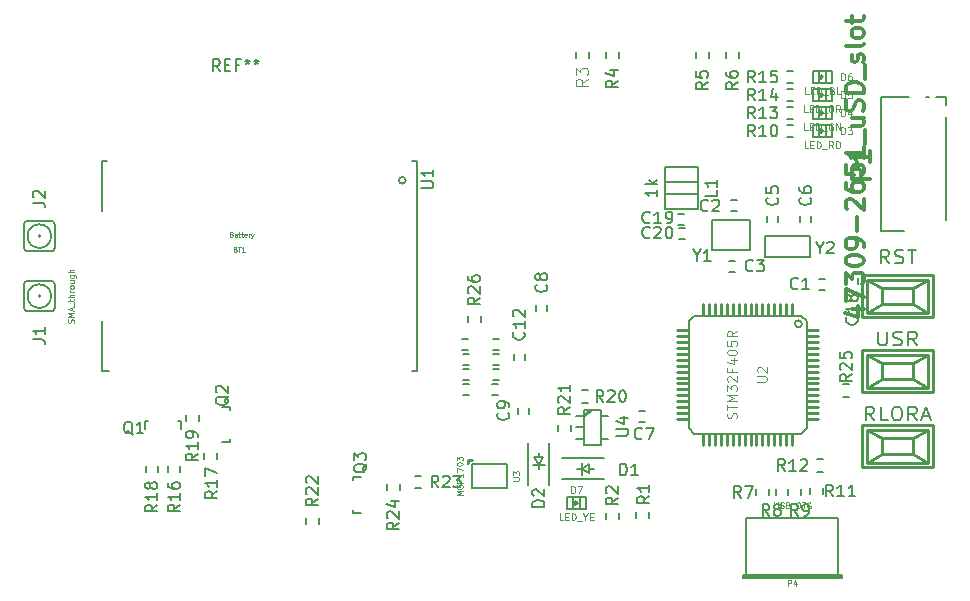
<source format=gto>
G04 #@! TF.FileFunction,Legend,Top*
%FSLAX46Y46*%
G04 Gerber Fmt 4.6, Leading zero omitted, Abs format (unit mm)*
G04 Created by KiCad (PCBNEW 4.0.2-stable) date Mon 29 Aug 2016 22:28:05 CEST*
%MOMM*%
G01*
G04 APERTURE LIST*
%ADD10C,0.100000*%
%ADD11C,0.200000*%
%ADD12C,0.127000*%
%ADD13C,0.150000*%
%ADD14C,0.149860*%
%ADD15C,0.200660*%
%ADD16C,0.220000*%
%ADD17C,0.254000*%
%ADD18C,0.088900*%
%ADD19C,0.119380*%
%ADD20C,0.125000*%
%ADD21C,0.304800*%
%ADD22C,0.195580*%
%ADD23C,0.198120*%
%ADD24C,0.099060*%
%ADD25C,0.076200*%
%ADD26C,0.152400*%
G04 APERTURE END LIST*
D10*
D11*
X149756000Y-108186000D02*
X149756000Y-106408000D01*
X153566000Y-108186000D02*
X149756000Y-108186000D01*
X153566000Y-106408000D02*
X153566000Y-108186000D01*
X149756000Y-106408000D02*
X153566000Y-106408000D01*
X150772000Y-106408000D02*
X152423000Y-106408000D01*
D12*
X154869020Y-98018380D02*
X154869020Y-97017620D01*
X154269580Y-97017620D02*
X154269580Y-98018380D01*
X154569300Y-97617060D02*
X154569300Y-97418940D01*
X154470240Y-97317340D02*
X154470240Y-97718660D01*
X154470240Y-97718660D02*
X154668360Y-97518000D01*
X154668360Y-97518000D02*
X154470240Y-97317340D01*
X153769200Y-97017620D02*
X155369400Y-97017620D01*
X155369400Y-97017620D02*
X155369400Y-98018380D01*
X155369400Y-98018380D02*
X153769200Y-98018380D01*
X153769200Y-98018380D02*
X153769200Y-97017620D01*
X154869020Y-96494380D02*
X154869020Y-95493620D01*
X154269580Y-95493620D02*
X154269580Y-96494380D01*
X154569300Y-96093060D02*
X154569300Y-95894940D01*
X154470240Y-95793340D02*
X154470240Y-96194660D01*
X154470240Y-96194660D02*
X154668360Y-95994000D01*
X154668360Y-95994000D02*
X154470240Y-95793340D01*
X153769200Y-95493620D02*
X155369400Y-95493620D01*
X155369400Y-95493620D02*
X155369400Y-96494380D01*
X155369400Y-96494380D02*
X153769200Y-96494380D01*
X153769200Y-96494380D02*
X153769200Y-95493620D01*
X154869020Y-94970380D02*
X154869020Y-93969620D01*
X154269580Y-93969620D02*
X154269580Y-94970380D01*
X154569300Y-94569060D02*
X154569300Y-94370940D01*
X154470240Y-94269340D02*
X154470240Y-94670660D01*
X154470240Y-94670660D02*
X154668360Y-94470000D01*
X154668360Y-94470000D02*
X154470240Y-94269340D01*
X153769200Y-93969620D02*
X155369400Y-93969620D01*
X155369400Y-93969620D02*
X155369400Y-94970380D01*
X155369400Y-94970380D02*
X153769200Y-94970380D01*
X153769200Y-94970380D02*
X153769200Y-93969620D01*
X154869020Y-93446380D02*
X154869020Y-92445620D01*
X154269580Y-92445620D02*
X154269580Y-93446380D01*
X154569300Y-93045060D02*
X154569300Y-92846940D01*
X154470240Y-92745340D02*
X154470240Y-93146660D01*
X154470240Y-93146660D02*
X154668360Y-92946000D01*
X154668360Y-92946000D02*
X154470240Y-92745340D01*
X153769200Y-92445620D02*
X155369400Y-92445620D01*
X155369400Y-92445620D02*
X155369400Y-93446380D01*
X155369400Y-93446380D02*
X153769200Y-93446380D01*
X153769200Y-93446380D02*
X153769200Y-92445620D01*
D13*
X88387000Y-106408000D02*
G75*
G03X88387000Y-106408000I-100000J0D01*
G01*
X89287000Y-106408000D02*
G75*
G03X89287000Y-106408000I-1000000J0D01*
G01*
X89287000Y-107708000D02*
X87287000Y-107708000D01*
X89587000Y-105408000D02*
X89587000Y-107408000D01*
X87287000Y-105108000D02*
X89287000Y-105108000D01*
X86987000Y-107408000D02*
X86987000Y-105408000D01*
X89287000Y-107708000D02*
G75*
G03X89587000Y-107408000I0J300000D01*
G01*
X89587000Y-105408000D02*
G75*
G03X89287000Y-105108000I-300000J0D01*
G01*
X87287000Y-105108000D02*
G75*
G03X86987000Y-105408000I0J-300000D01*
G01*
X86987000Y-107408000D02*
G75*
G03X87287000Y-107708000I300000J0D01*
G01*
X148455500Y-107606500D02*
X145255500Y-107606500D01*
X145255500Y-107606500D02*
X145255500Y-105006500D01*
X145255500Y-105006500D02*
X148455500Y-105006500D01*
X148455500Y-105006500D02*
X148455500Y-107606500D01*
X154832000Y-109997000D02*
X154332000Y-109997000D01*
X154332000Y-110947000D02*
X154832000Y-110947000D01*
X146817500Y-104279500D02*
X147317500Y-104279500D01*
X147317500Y-103329500D02*
X146817500Y-103329500D01*
X147212000Y-108473000D02*
X146712000Y-108473000D01*
X146712000Y-109423000D02*
X147212000Y-109423000D01*
X127188000Y-116347000D02*
X126688000Y-116347000D01*
X126688000Y-117297000D02*
X127188000Y-117297000D01*
X149916000Y-104719000D02*
X149916000Y-105219000D01*
X150866000Y-105219000D02*
X150866000Y-104719000D01*
X152710000Y-104719000D02*
X152710000Y-105219000D01*
X153660000Y-105219000D02*
X153660000Y-104719000D01*
X139092000Y-122123000D02*
X139592000Y-122123000D01*
X139592000Y-121173000D02*
X139092000Y-121173000D01*
X131308000Y-112712000D02*
X131308000Y-112212000D01*
X130358000Y-112212000D02*
X130358000Y-112712000D01*
X128834000Y-120932000D02*
X128834000Y-121432000D01*
X129784000Y-121432000D02*
X129784000Y-120932000D01*
X127188000Y-117617000D02*
X126688000Y-117617000D01*
X126688000Y-118567000D02*
X127188000Y-118567000D01*
X124106000Y-116027000D02*
X124606000Y-116027000D01*
X124606000Y-115077000D02*
X124106000Y-115077000D01*
X128453000Y-116403000D02*
X128453000Y-116903000D01*
X129403000Y-116903000D02*
X129403000Y-116403000D01*
X124148000Y-117297000D02*
X124648000Y-117297000D01*
X124648000Y-116347000D02*
X124148000Y-116347000D01*
X124148000Y-119837000D02*
X124648000Y-119837000D01*
X124648000Y-118887000D02*
X124148000Y-118887000D01*
X124148000Y-118567000D02*
X124648000Y-118567000D01*
X124648000Y-117617000D02*
X124148000Y-117617000D01*
X127104000Y-118887000D02*
X126604000Y-118887000D01*
X126604000Y-119837000D02*
X127104000Y-119837000D01*
X127188000Y-115077000D02*
X126688000Y-115077000D01*
X126688000Y-116027000D02*
X127188000Y-116027000D01*
X139867000Y-130280000D02*
X139867000Y-129780000D01*
X138817000Y-129780000D02*
X138817000Y-130280000D01*
X137327000Y-130338000D02*
X137327000Y-129838000D01*
X136277000Y-129838000D02*
X136277000Y-130338000D01*
X133737000Y-90860000D02*
X133737000Y-91360000D01*
X134787000Y-91360000D02*
X134787000Y-90860000D01*
X136277000Y-90860000D02*
X136277000Y-91360000D01*
X137327000Y-91360000D02*
X137327000Y-90860000D01*
X144947000Y-91360000D02*
X144947000Y-90860000D01*
X143897000Y-90860000D02*
X143897000Y-91360000D01*
X147487000Y-91360000D02*
X147487000Y-90860000D01*
X146437000Y-90860000D02*
X146437000Y-91360000D01*
X150027000Y-128317000D02*
X150027000Y-127817000D01*
X148977000Y-127817000D02*
X148977000Y-128317000D01*
X151678000Y-128306000D02*
X151678000Y-127806000D01*
X150628000Y-127806000D02*
X150628000Y-128306000D01*
X152757500Y-128306000D02*
X152757500Y-127806000D01*
X151707500Y-127806000D02*
X151707500Y-128306000D01*
X152107000Y-96993000D02*
X151607000Y-96993000D01*
X151607000Y-98043000D02*
X152107000Y-98043000D01*
X154599000Y-128248000D02*
X154599000Y-127748000D01*
X153549000Y-127748000D02*
X153549000Y-128248000D01*
X154636000Y-125314000D02*
X154136000Y-125314000D01*
X154136000Y-126364000D02*
X154636000Y-126364000D01*
X152107000Y-95469000D02*
X151607000Y-95469000D01*
X151607000Y-96519000D02*
X152107000Y-96519000D01*
X152096000Y-93945000D02*
X151596000Y-93945000D01*
X151596000Y-94995000D02*
X152096000Y-94995000D01*
X152096000Y-92421000D02*
X151596000Y-92421000D01*
X151596000Y-93471000D02*
X152096000Y-93471000D01*
X99182000Y-125912000D02*
X99182000Y-126412000D01*
X100232000Y-126412000D02*
X100232000Y-125912000D01*
X156647000Y-109926000D02*
X156647000Y-110426000D01*
X157597000Y-110426000D02*
X157597000Y-109926000D01*
X142894000Y-104536000D02*
X142394000Y-104536000D01*
X142394000Y-105486000D02*
X142894000Y-105486000D01*
X142936000Y-105679000D02*
X142436000Y-105679000D01*
X142436000Y-106629000D02*
X142936000Y-106629000D01*
X102241000Y-124769000D02*
X102241000Y-125269000D01*
X103291000Y-125269000D02*
X103291000Y-124769000D01*
X98338000Y-126412000D02*
X98338000Y-125912000D01*
X97288000Y-125912000D02*
X97288000Y-126412000D01*
X100717000Y-121594000D02*
X100717000Y-122094000D01*
X101767000Y-122094000D02*
X101767000Y-121594000D01*
X100067160Y-122029000D02*
X100018900Y-122029000D01*
X97268180Y-122730040D02*
X97268180Y-122029000D01*
X97268180Y-122029000D02*
X97517100Y-122029000D01*
X100067160Y-122029000D02*
X100267820Y-122029000D01*
X100267820Y-122029000D02*
X100267820Y-122730040D01*
X104417000Y-123643160D02*
X104417000Y-123594900D01*
X103715960Y-120844180D02*
X104417000Y-120844180D01*
X104417000Y-120844180D02*
X104417000Y-121093100D01*
X104417000Y-123643160D02*
X104417000Y-123843820D01*
X104417000Y-123843820D02*
X103715960Y-123843820D01*
X114831000Y-127018840D02*
X114831000Y-127067100D01*
X115532040Y-129817820D02*
X114831000Y-129817820D01*
X114831000Y-129817820D02*
X114831000Y-129568900D01*
X114831000Y-127018840D02*
X114831000Y-126818180D01*
X114831000Y-126818180D02*
X115532040Y-126818180D01*
X134197000Y-120522000D02*
X134697000Y-120522000D01*
X134697000Y-119472000D02*
X134197000Y-119472000D01*
X132213000Y-122414000D02*
X132213000Y-122914000D01*
X133263000Y-122914000D02*
X133263000Y-122414000D01*
X120100000Y-127761000D02*
X120600000Y-127761000D01*
X120600000Y-126711000D02*
X120100000Y-126711000D01*
X118785000Y-127936000D02*
X118785000Y-127436000D01*
X117735000Y-127436000D02*
X117735000Y-127936000D01*
X156806000Y-118964000D02*
X156306000Y-118964000D01*
X156306000Y-120014000D02*
X156806000Y-120014000D01*
X88387000Y-111488000D02*
G75*
G03X88387000Y-111488000I-100000J0D01*
G01*
X89287000Y-111488000D02*
G75*
G03X89287000Y-111488000I-1000000J0D01*
G01*
X89287000Y-112788000D02*
X87287000Y-112788000D01*
X89587000Y-110488000D02*
X89587000Y-112488000D01*
X87287000Y-110188000D02*
X89287000Y-110188000D01*
X86987000Y-112488000D02*
X86987000Y-110488000D01*
X89287000Y-112788000D02*
G75*
G03X89587000Y-112488000I0J300000D01*
G01*
X89587000Y-110488000D02*
G75*
G03X89287000Y-110188000I-300000J0D01*
G01*
X87287000Y-110188000D02*
G75*
G03X86987000Y-110488000I0J-300000D01*
G01*
X86987000Y-112488000D02*
G75*
G03X87287000Y-112788000I300000J0D01*
G01*
X130579000Y-125124500D02*
X130579000Y-124743500D01*
X130579000Y-126140500D02*
X130579000Y-125759500D01*
X130579000Y-125759500D02*
X130198000Y-125124500D01*
X130198000Y-125124500D02*
X130960000Y-125124500D01*
X130960000Y-125124500D02*
X130579000Y-125759500D01*
X130071000Y-125759500D02*
X131087000Y-125759500D01*
X131479000Y-127442000D02*
X131479000Y-123902000D01*
X129679000Y-127442000D02*
X129679000Y-123902000D01*
X161882000Y-94608000D02*
X159582000Y-94608000D01*
X159582000Y-94608000D02*
X159582000Y-106008000D01*
X159582000Y-106008000D02*
X161482000Y-106008000D01*
X163582000Y-94608000D02*
X163382000Y-94608000D01*
X165082000Y-95308000D02*
X165082000Y-94708000D01*
X165082000Y-94708000D02*
X165082000Y-94608000D01*
X165082000Y-94608000D02*
X164182000Y-94608000D01*
X165082000Y-105008000D02*
X165082000Y-96308000D01*
X110877000Y-130288000D02*
X110877000Y-130788000D01*
X111927000Y-130788000D02*
X111927000Y-130288000D01*
X125643000Y-113712000D02*
X125643000Y-113212000D01*
X124593000Y-113212000D02*
X124593000Y-113712000D01*
D14*
X144043540Y-101843620D02*
X141244460Y-101843620D01*
X141244460Y-102844380D02*
X144043540Y-102844380D01*
X144041000Y-100543140D02*
X144041000Y-104144860D01*
X144043540Y-104144860D02*
X141244460Y-104144860D01*
X141244460Y-104144860D02*
X141244460Y-100543140D01*
X141244460Y-100543140D02*
X144043540Y-100543140D01*
D13*
X134849500Y-126093000D02*
X135230500Y-126093000D01*
X133833500Y-126093000D02*
X134214500Y-126093000D01*
X134214500Y-126093000D02*
X134849500Y-125712000D01*
X134849500Y-125712000D02*
X134849500Y-126474000D01*
X134849500Y-126474000D02*
X134214500Y-126093000D01*
X134214500Y-125585000D02*
X134214500Y-126601000D01*
X132532000Y-126993000D02*
X136072000Y-126993000D01*
X132532000Y-125193000D02*
X136072000Y-125193000D01*
D12*
X134053720Y-129514380D02*
X134053720Y-128513620D01*
X133454280Y-128513620D02*
X133454280Y-129514380D01*
X133754000Y-129113060D02*
X133754000Y-128914940D01*
X133654940Y-128813340D02*
X133654940Y-129214660D01*
X133654940Y-129214660D02*
X133853060Y-129014000D01*
X133853060Y-129014000D02*
X133654940Y-128813340D01*
X132953900Y-128513620D02*
X134554100Y-128513620D01*
X134554100Y-128513620D02*
X134554100Y-129514380D01*
X134554100Y-129514380D02*
X132953900Y-129514380D01*
X132953900Y-129514380D02*
X132953900Y-128513620D01*
D15*
X147840840Y-135211600D02*
X156243160Y-135211600D01*
X147840840Y-135313200D02*
X156243160Y-135313200D01*
X156243160Y-135313200D02*
X156243160Y-135112540D01*
X156243160Y-135112540D02*
X147840840Y-135112540D01*
X147840840Y-135112540D02*
X147840840Y-135313200D01*
X148143100Y-135313200D02*
X148143100Y-130311940D01*
X148143100Y-130311940D02*
X155940900Y-130311940D01*
X155940900Y-130311940D02*
X155940900Y-135313200D01*
D13*
X119305981Y-101683600D02*
G75*
G03X119305981Y-101683600I-283981J0D01*
G01*
X120292000Y-117838000D02*
X119860200Y-117838000D01*
X120292000Y-100058000D02*
X119860200Y-100058000D01*
X93622000Y-100058000D02*
X94053800Y-100058000D01*
X93622000Y-103868000D02*
X93622000Y-104299800D01*
X93622000Y-117838000D02*
X94180800Y-117838000D01*
X93622000Y-114028000D02*
X93622000Y-113596200D01*
X93622000Y-103868000D02*
X93622000Y-100058000D01*
X93622000Y-117838000D02*
X93622000Y-114028000D01*
X120292000Y-117838000D02*
X120292000Y-100058000D01*
D16*
X154202000Y-121884000D02*
X153302000Y-121884000D01*
X154202000Y-121384000D02*
X153302000Y-121384000D01*
X154202000Y-120884000D02*
X153302000Y-120884000D01*
X154202000Y-120384000D02*
X153302000Y-120384000D01*
X154202000Y-119884000D02*
X153302000Y-119884000D01*
X154202000Y-119384000D02*
X153302000Y-119384000D01*
X154202000Y-118884000D02*
X153302000Y-118884000D01*
X154202000Y-118384000D02*
X153302000Y-118384000D01*
X154202000Y-117884000D02*
X153302000Y-117884000D01*
X154202000Y-117384000D02*
X153302000Y-117384000D01*
X154202000Y-116884000D02*
X153302000Y-116884000D01*
X154202000Y-116384000D02*
X153302000Y-116384000D01*
X154202000Y-115884000D02*
X153302000Y-115884000D01*
X154202000Y-115384000D02*
X153302000Y-115384000D01*
X154202000Y-114884000D02*
X153302000Y-114884000D01*
X154202000Y-114384000D02*
X153302000Y-114384000D01*
X144502000Y-124084000D02*
X144502000Y-123184000D01*
X145002000Y-124084000D02*
X145002000Y-123184000D01*
X145502000Y-124084000D02*
X145502000Y-123184000D01*
X146002000Y-124084000D02*
X146002000Y-123184000D01*
X146502000Y-124084000D02*
X146502000Y-123184000D01*
X147002000Y-124084000D02*
X147002000Y-123184000D01*
X147502000Y-124084000D02*
X147502000Y-123184000D01*
X148002000Y-124084000D02*
X148002000Y-123184000D01*
X148502000Y-124084000D02*
X148502000Y-123184000D01*
X149002000Y-124084000D02*
X149002000Y-123184000D01*
X149502000Y-124084000D02*
X149502000Y-123184000D01*
X150002000Y-124084000D02*
X150002000Y-123184000D01*
X150502000Y-124084000D02*
X150502000Y-123184000D01*
X151002000Y-124084000D02*
X151002000Y-123184000D01*
X151502000Y-124084000D02*
X151502000Y-123184000D01*
X152002000Y-124084000D02*
X152002000Y-123184000D01*
X143202000Y-114384000D02*
X142302000Y-114384000D01*
X143202000Y-114884000D02*
X142302000Y-114884000D01*
X143202000Y-115384000D02*
X142302000Y-115384000D01*
X143202000Y-115884000D02*
X142302000Y-115884000D01*
X143202000Y-116384000D02*
X142302000Y-116384000D01*
X143202000Y-116884000D02*
X142302000Y-116884000D01*
X143202000Y-117384000D02*
X142302000Y-117384000D01*
X143202000Y-117884000D02*
X142302000Y-117884000D01*
X143202000Y-118384000D02*
X142302000Y-118384000D01*
X143202000Y-118884000D02*
X142302000Y-118884000D01*
X143202000Y-119384000D02*
X142302000Y-119384000D01*
X143202000Y-119884000D02*
X142302000Y-119884000D01*
X143202000Y-120384000D02*
X142302000Y-120384000D01*
X143202000Y-120884000D02*
X142302000Y-120884000D01*
X143202000Y-121384000D02*
X142302000Y-121384000D01*
X143202000Y-121884000D02*
X142302000Y-121884000D01*
X144502000Y-113084000D02*
X144502000Y-112184000D01*
X145002000Y-113084000D02*
X145002000Y-112184000D01*
X145502000Y-113084000D02*
X145502000Y-112184000D01*
X146002000Y-113084000D02*
X146002000Y-112184000D01*
X146502000Y-113084000D02*
X146502000Y-112184000D01*
X147002000Y-113084000D02*
X147002000Y-112184000D01*
X147502000Y-113084000D02*
X147502000Y-112184000D01*
X148002000Y-113084000D02*
X148002000Y-112184000D01*
X148502000Y-113084000D02*
X148502000Y-112184000D01*
X149002000Y-113084000D02*
X149002000Y-112184000D01*
X149502000Y-113084000D02*
X149502000Y-112184000D01*
X150002000Y-113084000D02*
X150002000Y-112184000D01*
X150502000Y-113084000D02*
X150502000Y-112184000D01*
X151002000Y-113084000D02*
X151002000Y-112184000D01*
X151502000Y-113084000D02*
X151502000Y-112184000D01*
X152002000Y-113084000D02*
X152002000Y-112184000D01*
D12*
X143752000Y-113134000D02*
X152752000Y-113134000D01*
X143752000Y-113134000D02*
X143252000Y-113634000D01*
X143252000Y-113634000D02*
X143252000Y-122634000D01*
X143752000Y-123134000D02*
X152752000Y-123134000D01*
X143252000Y-122634000D02*
X143752000Y-123134000D01*
X153252000Y-113634000D02*
X153252000Y-122634000D01*
X153252000Y-122634000D02*
X152752000Y-123134000D01*
X152752000Y-113134000D02*
X153252000Y-113634000D01*
X152852000Y-113834000D02*
G75*
G03X152852000Y-113834000I-300000J0D01*
G01*
X124588000Y-125728000D02*
X124588000Y-125328000D01*
X124588000Y-125328000D02*
X124988000Y-125328000D01*
X124988000Y-125328000D02*
X124888000Y-125428000D01*
X124688000Y-125628000D02*
X124688000Y-125428000D01*
X124688000Y-125428000D02*
X124888000Y-125428000D01*
X124588000Y-125728000D02*
X124688000Y-125628000D01*
X127889140Y-125727240D02*
X127889140Y-127728760D01*
X124886860Y-125727240D02*
X124886860Y-127728760D01*
X127889140Y-127728760D02*
X124886860Y-127728760D01*
X124886860Y-125727240D02*
X127889140Y-125727240D01*
X134411860Y-121749600D02*
X135059560Y-121101900D01*
X134411860Y-121597200D02*
X134907160Y-121101900D01*
X135808860Y-123553000D02*
X136469260Y-123553000D01*
X135808860Y-121648000D02*
X136469260Y-121648000D01*
X134411860Y-122600500D02*
X133751460Y-122600500D01*
X134411860Y-123553000D02*
X133751460Y-123553000D01*
X134411860Y-121648000D02*
X133751460Y-121648000D01*
X135808860Y-121101900D02*
X135808860Y-124099100D01*
X135808860Y-124099100D02*
X134411860Y-124099100D01*
X134411860Y-124099100D02*
X134411860Y-121101900D01*
X134411860Y-121101900D02*
X135808860Y-121101900D01*
D17*
X162232480Y-110786960D02*
X163532960Y-110088460D01*
X162232480Y-112189040D02*
X163532960Y-112887540D01*
X159631520Y-112189040D02*
X158331040Y-112887540D01*
X158331040Y-110088460D02*
X159631520Y-110786960D01*
X158331040Y-110088460D02*
X163532960Y-110088460D01*
X163532960Y-110088460D02*
X163532960Y-112887540D01*
X163532960Y-112887540D02*
X158331040Y-112887540D01*
X158331040Y-112887540D02*
X158331040Y-110088460D01*
X159631520Y-110786960D02*
X162232480Y-110786960D01*
X162232480Y-110786960D02*
X162232480Y-112189040D01*
X162232480Y-112189040D02*
X159631520Y-112189040D01*
X159631520Y-112189040D02*
X159631520Y-110786960D01*
X157932260Y-109687140D02*
X163931740Y-109687140D01*
X163931740Y-109687140D02*
X163931740Y-113288860D01*
X163931740Y-113288860D02*
X157932260Y-113288860D01*
X157932260Y-113288860D02*
X157932260Y-109687140D01*
X162232480Y-123486960D02*
X163532960Y-122788460D01*
X162232480Y-124889040D02*
X163532960Y-125587540D01*
X159631520Y-124889040D02*
X158331040Y-125587540D01*
X158331040Y-122788460D02*
X159631520Y-123486960D01*
X158331040Y-122788460D02*
X163532960Y-122788460D01*
X163532960Y-122788460D02*
X163532960Y-125587540D01*
X163532960Y-125587540D02*
X158331040Y-125587540D01*
X158331040Y-125587540D02*
X158331040Y-122788460D01*
X159631520Y-123486960D02*
X162232480Y-123486960D01*
X162232480Y-123486960D02*
X162232480Y-124889040D01*
X162232480Y-124889040D02*
X159631520Y-124889040D01*
X159631520Y-124889040D02*
X159631520Y-123486960D01*
X157932260Y-122387140D02*
X163931740Y-122387140D01*
X163931740Y-122387140D02*
X163931740Y-125988860D01*
X163931740Y-125988860D02*
X157932260Y-125988860D01*
X157932260Y-125988860D02*
X157932260Y-122387140D01*
X162232480Y-117136960D02*
X163532960Y-116438460D01*
X162232480Y-118539040D02*
X163532960Y-119237540D01*
X159631520Y-118539040D02*
X158331040Y-119237540D01*
X158331040Y-116438460D02*
X159631520Y-117136960D01*
X158331040Y-116438460D02*
X163532960Y-116438460D01*
X163532960Y-116438460D02*
X163532960Y-119237540D01*
X163532960Y-119237540D02*
X158331040Y-119237540D01*
X158331040Y-119237540D02*
X158331040Y-116438460D01*
X159631520Y-117136960D02*
X162232480Y-117136960D01*
X162232480Y-117136960D02*
X162232480Y-118539040D01*
X162232480Y-118539040D02*
X159631520Y-118539040D01*
X159631520Y-118539040D02*
X159631520Y-117136960D01*
X157932260Y-116037140D02*
X163931740Y-116037140D01*
X163931740Y-116037140D02*
X163931740Y-119638860D01*
X163931740Y-119638860D02*
X157932260Y-119638860D01*
X157932260Y-119638860D02*
X157932260Y-116037140D01*
D18*
X104885086Y-107521971D02*
X104943143Y-107541324D01*
X104962495Y-107560676D01*
X104981847Y-107599381D01*
X104981847Y-107657438D01*
X104962495Y-107696143D01*
X104943143Y-107715495D01*
X104904438Y-107734848D01*
X104749619Y-107734848D01*
X104749619Y-107328448D01*
X104885086Y-107328448D01*
X104923790Y-107347800D01*
X104943143Y-107367152D01*
X104962495Y-107405857D01*
X104962495Y-107444562D01*
X104943143Y-107483267D01*
X104923790Y-107502619D01*
X104885086Y-107521971D01*
X104749619Y-107521971D01*
X105097962Y-107328448D02*
X105330190Y-107328448D01*
X105214076Y-107734848D02*
X105214076Y-107328448D01*
X105678533Y-107734848D02*
X105446305Y-107734848D01*
X105562419Y-107734848D02*
X105562419Y-107328448D01*
X105523714Y-107386505D01*
X105485009Y-107425210D01*
X105446305Y-107444562D01*
X104565772Y-106251971D02*
X104623829Y-106271324D01*
X104643181Y-106290676D01*
X104662533Y-106329381D01*
X104662533Y-106387438D01*
X104643181Y-106426143D01*
X104623829Y-106445495D01*
X104585124Y-106464848D01*
X104430305Y-106464848D01*
X104430305Y-106058448D01*
X104565772Y-106058448D01*
X104604476Y-106077800D01*
X104623829Y-106097152D01*
X104643181Y-106135857D01*
X104643181Y-106174562D01*
X104623829Y-106213267D01*
X104604476Y-106232619D01*
X104565772Y-106251971D01*
X104430305Y-106251971D01*
X105010876Y-106464848D02*
X105010876Y-106251971D01*
X104991524Y-106213267D01*
X104952819Y-106193914D01*
X104875410Y-106193914D01*
X104836705Y-106213267D01*
X105010876Y-106445495D02*
X104972172Y-106464848D01*
X104875410Y-106464848D01*
X104836705Y-106445495D01*
X104817353Y-106406790D01*
X104817353Y-106368086D01*
X104836705Y-106329381D01*
X104875410Y-106310029D01*
X104972172Y-106310029D01*
X105010876Y-106290676D01*
X105146343Y-106193914D02*
X105301162Y-106193914D01*
X105204400Y-106058448D02*
X105204400Y-106406790D01*
X105223752Y-106445495D01*
X105262457Y-106464848D01*
X105301162Y-106464848D01*
X105378572Y-106193914D02*
X105533391Y-106193914D01*
X105436629Y-106058448D02*
X105436629Y-106406790D01*
X105455981Y-106445495D01*
X105494686Y-106464848D01*
X105533391Y-106464848D01*
X105823677Y-106445495D02*
X105784972Y-106464848D01*
X105707563Y-106464848D01*
X105668858Y-106445495D01*
X105649506Y-106406790D01*
X105649506Y-106251971D01*
X105668858Y-106213267D01*
X105707563Y-106193914D01*
X105784972Y-106193914D01*
X105823677Y-106213267D01*
X105843029Y-106251971D01*
X105843029Y-106290676D01*
X105649506Y-106329381D01*
X106017201Y-106464848D02*
X106017201Y-106193914D01*
X106017201Y-106271324D02*
X106036553Y-106232619D01*
X106055906Y-106213267D01*
X106094610Y-106193914D01*
X106133315Y-106193914D01*
X106230077Y-106193914D02*
X106326839Y-106464848D01*
X106423601Y-106193914D02*
X106326839Y-106464848D01*
X106288134Y-106561610D01*
X106268782Y-106580962D01*
X106230077Y-106600314D01*
D19*
X156171557Y-97789175D02*
X156171557Y-97189735D01*
X156314281Y-97189735D01*
X156399915Y-97218280D01*
X156457004Y-97275370D01*
X156485549Y-97332459D01*
X156514094Y-97446638D01*
X156514094Y-97532272D01*
X156485549Y-97646451D01*
X156457004Y-97703541D01*
X156399915Y-97760630D01*
X156314281Y-97789175D01*
X156171557Y-97789175D01*
X156713907Y-97189735D02*
X157084989Y-97189735D01*
X156885176Y-97418093D01*
X156970810Y-97418093D01*
X157027900Y-97446638D01*
X157056444Y-97475183D01*
X157084989Y-97532272D01*
X157084989Y-97674996D01*
X157056444Y-97732086D01*
X157027900Y-97760630D01*
X156970810Y-97789175D01*
X156799542Y-97789175D01*
X156742452Y-97760630D01*
X156713907Y-97732086D01*
X153356148Y-98988055D02*
X153070701Y-98988055D01*
X153070701Y-98388615D01*
X153555962Y-98674063D02*
X153755775Y-98674063D01*
X153841409Y-98988055D02*
X153555962Y-98988055D01*
X153555962Y-98388615D01*
X153841409Y-98388615D01*
X154098312Y-98988055D02*
X154098312Y-98388615D01*
X154241036Y-98388615D01*
X154326670Y-98417160D01*
X154383759Y-98474250D01*
X154412304Y-98531339D01*
X154440849Y-98645518D01*
X154440849Y-98731152D01*
X154412304Y-98845331D01*
X154383759Y-98902421D01*
X154326670Y-98959510D01*
X154241036Y-98988055D01*
X154098312Y-98988055D01*
X154555028Y-99045145D02*
X155011744Y-99045145D01*
X155497005Y-98988055D02*
X155297192Y-98702608D01*
X155154468Y-98988055D02*
X155154468Y-98388615D01*
X155382826Y-98388615D01*
X155439915Y-98417160D01*
X155468460Y-98445705D01*
X155497005Y-98502794D01*
X155497005Y-98588429D01*
X155468460Y-98645518D01*
X155439915Y-98674063D01*
X155382826Y-98702608D01*
X155154468Y-98702608D01*
X155753908Y-98988055D02*
X155753908Y-98388615D01*
X155896632Y-98388615D01*
X155982266Y-98417160D01*
X156039355Y-98474250D01*
X156067900Y-98531339D01*
X156096445Y-98645518D01*
X156096445Y-98731152D01*
X156067900Y-98845331D01*
X156039355Y-98902421D01*
X155982266Y-98959510D01*
X155896632Y-98988055D01*
X155753908Y-98988055D01*
X156171557Y-96265175D02*
X156171557Y-95665735D01*
X156314281Y-95665735D01*
X156399915Y-95694280D01*
X156457004Y-95751370D01*
X156485549Y-95808459D01*
X156514094Y-95922638D01*
X156514094Y-96008272D01*
X156485549Y-96122451D01*
X156457004Y-96179541D01*
X156399915Y-96236630D01*
X156314281Y-96265175D01*
X156171557Y-96265175D01*
X157027900Y-95865549D02*
X157027900Y-96265175D01*
X156885176Y-95637190D02*
X156742452Y-96065362D01*
X157113534Y-96065362D01*
X153341875Y-97464055D02*
X153056428Y-97464055D01*
X153056428Y-96864615D01*
X153541689Y-97150063D02*
X153741502Y-97150063D01*
X153827136Y-97464055D02*
X153541689Y-97464055D01*
X153541689Y-96864615D01*
X153827136Y-96864615D01*
X154084039Y-97464055D02*
X154084039Y-96864615D01*
X154226763Y-96864615D01*
X154312397Y-96893160D01*
X154369486Y-96950250D01*
X154398031Y-97007339D01*
X154426576Y-97121518D01*
X154426576Y-97207152D01*
X154398031Y-97321331D01*
X154369486Y-97378421D01*
X154312397Y-97435510D01*
X154226763Y-97464055D01*
X154084039Y-97464055D01*
X154540755Y-97521145D02*
X154997471Y-97521145D01*
X155454187Y-96893160D02*
X155397098Y-96864615D01*
X155311463Y-96864615D01*
X155225829Y-96893160D01*
X155168740Y-96950250D01*
X155140195Y-97007339D01*
X155111650Y-97121518D01*
X155111650Y-97207152D01*
X155140195Y-97321331D01*
X155168740Y-97378421D01*
X155225829Y-97435510D01*
X155311463Y-97464055D01*
X155368553Y-97464055D01*
X155454187Y-97435510D01*
X155482732Y-97406966D01*
X155482732Y-97207152D01*
X155368553Y-97207152D01*
X155739635Y-97464055D02*
X155739635Y-96864615D01*
X156082172Y-97464055D01*
X156082172Y-96864615D01*
X156171557Y-94741175D02*
X156171557Y-94141735D01*
X156314281Y-94141735D01*
X156399915Y-94170280D01*
X156457004Y-94227370D01*
X156485549Y-94284459D01*
X156514094Y-94398638D01*
X156514094Y-94484272D01*
X156485549Y-94598451D01*
X156457004Y-94655541D01*
X156399915Y-94712630D01*
X156314281Y-94741175D01*
X156171557Y-94741175D01*
X157056444Y-94141735D02*
X156770997Y-94141735D01*
X156742452Y-94427183D01*
X156770997Y-94398638D01*
X156828086Y-94370093D01*
X156970810Y-94370093D01*
X157027900Y-94398638D01*
X157056444Y-94427183D01*
X157084989Y-94484272D01*
X157084989Y-94626996D01*
X157056444Y-94684086D01*
X157027900Y-94712630D01*
X156970810Y-94741175D01*
X156828086Y-94741175D01*
X156770997Y-94712630D01*
X156742452Y-94684086D01*
X153341875Y-95940055D02*
X153056428Y-95940055D01*
X153056428Y-95340615D01*
X153541689Y-95626063D02*
X153741502Y-95626063D01*
X153827136Y-95940055D02*
X153541689Y-95940055D01*
X153541689Y-95340615D01*
X153827136Y-95340615D01*
X154084039Y-95940055D02*
X154084039Y-95340615D01*
X154226763Y-95340615D01*
X154312397Y-95369160D01*
X154369486Y-95426250D01*
X154398031Y-95483339D01*
X154426576Y-95597518D01*
X154426576Y-95683152D01*
X154398031Y-95797331D01*
X154369486Y-95854421D01*
X154312397Y-95911510D01*
X154226763Y-95940055D01*
X154084039Y-95940055D01*
X154540755Y-95997145D02*
X154997471Y-95997145D01*
X155254374Y-95340615D02*
X155368553Y-95340615D01*
X155425642Y-95369160D01*
X155482732Y-95426250D01*
X155511277Y-95540429D01*
X155511277Y-95740242D01*
X155482732Y-95854421D01*
X155425642Y-95911510D01*
X155368553Y-95940055D01*
X155254374Y-95940055D01*
X155197284Y-95911510D01*
X155140195Y-95854421D01*
X155111650Y-95740242D01*
X155111650Y-95540429D01*
X155140195Y-95426250D01*
X155197284Y-95369160D01*
X155254374Y-95340615D01*
X156110717Y-95940055D02*
X155910904Y-95654608D01*
X155768180Y-95940055D02*
X155768180Y-95340615D01*
X155996538Y-95340615D01*
X156053627Y-95369160D01*
X156082172Y-95397705D01*
X156110717Y-95454794D01*
X156110717Y-95540429D01*
X156082172Y-95597518D01*
X156053627Y-95626063D01*
X155996538Y-95654608D01*
X155768180Y-95654608D01*
X156171557Y-93217175D02*
X156171557Y-92617735D01*
X156314281Y-92617735D01*
X156399915Y-92646280D01*
X156457004Y-92703370D01*
X156485549Y-92760459D01*
X156514094Y-92874638D01*
X156514094Y-92960272D01*
X156485549Y-93074451D01*
X156457004Y-93131541D01*
X156399915Y-93188630D01*
X156314281Y-93217175D01*
X156171557Y-93217175D01*
X157027900Y-92617735D02*
X156913721Y-92617735D01*
X156856631Y-92646280D01*
X156828086Y-92674825D01*
X156770997Y-92760459D01*
X156742452Y-92874638D01*
X156742452Y-93102996D01*
X156770997Y-93160086D01*
X156799542Y-93188630D01*
X156856631Y-93217175D01*
X156970810Y-93217175D01*
X157027900Y-93188630D01*
X157056444Y-93160086D01*
X157084989Y-93102996D01*
X157084989Y-92960272D01*
X157056444Y-92903183D01*
X157027900Y-92874638D01*
X156970810Y-92846093D01*
X156856631Y-92846093D01*
X156799542Y-92874638D01*
X156770997Y-92903183D01*
X156742452Y-92960272D01*
X153413237Y-94416055D02*
X153127790Y-94416055D01*
X153127790Y-93816615D01*
X153613051Y-94102063D02*
X153812864Y-94102063D01*
X153898498Y-94416055D02*
X153613051Y-94416055D01*
X153613051Y-93816615D01*
X153898498Y-93816615D01*
X154155401Y-94416055D02*
X154155401Y-93816615D01*
X154298125Y-93816615D01*
X154383759Y-93845160D01*
X154440848Y-93902250D01*
X154469393Y-93959339D01*
X154497938Y-94073518D01*
X154497938Y-94159152D01*
X154469393Y-94273331D01*
X154440848Y-94330421D01*
X154383759Y-94387510D01*
X154298125Y-94416055D01*
X154155401Y-94416055D01*
X154612117Y-94473145D02*
X155068833Y-94473145D01*
X155411370Y-94102063D02*
X155497004Y-94130608D01*
X155525549Y-94159152D01*
X155554094Y-94216242D01*
X155554094Y-94301876D01*
X155525549Y-94358966D01*
X155497004Y-94387510D01*
X155439915Y-94416055D01*
X155211557Y-94416055D01*
X155211557Y-93816615D01*
X155411370Y-93816615D01*
X155468460Y-93845160D01*
X155497004Y-93873705D01*
X155525549Y-93930794D01*
X155525549Y-93987884D01*
X155497004Y-94044973D01*
X155468460Y-94073518D01*
X155411370Y-94102063D01*
X155211557Y-94102063D01*
X156096444Y-94416055D02*
X155810997Y-94416055D01*
X155810997Y-93816615D01*
D13*
X87740381Y-103566333D02*
X88454667Y-103566333D01*
X88597524Y-103613953D01*
X88692762Y-103709191D01*
X88740381Y-103852048D01*
X88740381Y-103947286D01*
X87835619Y-103137762D02*
X87788000Y-103090143D01*
X87740381Y-102994905D01*
X87740381Y-102756809D01*
X87788000Y-102661571D01*
X87835619Y-102613952D01*
X87930857Y-102566333D01*
X88026095Y-102566333D01*
X88168952Y-102613952D01*
X88740381Y-103185381D01*
X88740381Y-102566333D01*
X143945809Y-108035190D02*
X143945809Y-108511381D01*
X143612476Y-107511381D02*
X143945809Y-108035190D01*
X144279143Y-107511381D01*
X145136286Y-108511381D02*
X144564857Y-108511381D01*
X144850571Y-108511381D02*
X144850571Y-107511381D01*
X144755333Y-107654238D01*
X144660095Y-107749476D01*
X144564857Y-107797095D01*
X152510334Y-110829143D02*
X152462715Y-110876762D01*
X152319858Y-110924381D01*
X152224620Y-110924381D01*
X152081762Y-110876762D01*
X151986524Y-110781524D01*
X151938905Y-110686286D01*
X151891286Y-110495810D01*
X151891286Y-110352952D01*
X151938905Y-110162476D01*
X151986524Y-110067238D01*
X152081762Y-109972000D01*
X152224620Y-109924381D01*
X152319858Y-109924381D01*
X152462715Y-109972000D01*
X152510334Y-110019619D01*
X153462715Y-110924381D02*
X152891286Y-110924381D01*
X153177000Y-110924381D02*
X153177000Y-109924381D01*
X153081762Y-110067238D01*
X152986524Y-110162476D01*
X152891286Y-110210095D01*
X144890334Y-104225143D02*
X144842715Y-104272762D01*
X144699858Y-104320381D01*
X144604620Y-104320381D01*
X144461762Y-104272762D01*
X144366524Y-104177524D01*
X144318905Y-104082286D01*
X144271286Y-103891810D01*
X144271286Y-103748952D01*
X144318905Y-103558476D01*
X144366524Y-103463238D01*
X144461762Y-103368000D01*
X144604620Y-103320381D01*
X144699858Y-103320381D01*
X144842715Y-103368000D01*
X144890334Y-103415619D01*
X145271286Y-103415619D02*
X145318905Y-103368000D01*
X145414143Y-103320381D01*
X145652239Y-103320381D01*
X145747477Y-103368000D01*
X145795096Y-103415619D01*
X145842715Y-103510857D01*
X145842715Y-103606095D01*
X145795096Y-103748952D01*
X145223667Y-104320381D01*
X145842715Y-104320381D01*
X148700334Y-109305143D02*
X148652715Y-109352762D01*
X148509858Y-109400381D01*
X148414620Y-109400381D01*
X148271762Y-109352762D01*
X148176524Y-109257524D01*
X148128905Y-109162286D01*
X148081286Y-108971810D01*
X148081286Y-108828952D01*
X148128905Y-108638476D01*
X148176524Y-108543238D01*
X148271762Y-108448000D01*
X148414620Y-108400381D01*
X148509858Y-108400381D01*
X148652715Y-108448000D01*
X148700334Y-108495619D01*
X149033667Y-108400381D02*
X149652715Y-108400381D01*
X149319381Y-108781333D01*
X149462239Y-108781333D01*
X149557477Y-108828952D01*
X149605096Y-108876571D01*
X149652715Y-108971810D01*
X149652715Y-109209905D01*
X149605096Y-109305143D01*
X149557477Y-109352762D01*
X149462239Y-109400381D01*
X149176524Y-109400381D01*
X149081286Y-109352762D01*
X149033667Y-109305143D01*
X150748143Y-103145666D02*
X150795762Y-103193285D01*
X150843381Y-103336142D01*
X150843381Y-103431380D01*
X150795762Y-103574238D01*
X150700524Y-103669476D01*
X150605286Y-103717095D01*
X150414810Y-103764714D01*
X150271952Y-103764714D01*
X150081476Y-103717095D01*
X149986238Y-103669476D01*
X149891000Y-103574238D01*
X149843381Y-103431380D01*
X149843381Y-103336142D01*
X149891000Y-103193285D01*
X149938619Y-103145666D01*
X149843381Y-102240904D02*
X149843381Y-102717095D01*
X150319571Y-102764714D01*
X150271952Y-102717095D01*
X150224333Y-102621857D01*
X150224333Y-102383761D01*
X150271952Y-102288523D01*
X150319571Y-102240904D01*
X150414810Y-102193285D01*
X150652905Y-102193285D01*
X150748143Y-102240904D01*
X150795762Y-102288523D01*
X150843381Y-102383761D01*
X150843381Y-102621857D01*
X150795762Y-102717095D01*
X150748143Y-102764714D01*
X153542143Y-103145666D02*
X153589762Y-103193285D01*
X153637381Y-103336142D01*
X153637381Y-103431380D01*
X153589762Y-103574238D01*
X153494524Y-103669476D01*
X153399286Y-103717095D01*
X153208810Y-103764714D01*
X153065952Y-103764714D01*
X152875476Y-103717095D01*
X152780238Y-103669476D01*
X152685000Y-103574238D01*
X152637381Y-103431380D01*
X152637381Y-103336142D01*
X152685000Y-103193285D01*
X152732619Y-103145666D01*
X152637381Y-102288523D02*
X152637381Y-102479000D01*
X152685000Y-102574238D01*
X152732619Y-102621857D01*
X152875476Y-102717095D01*
X153065952Y-102764714D01*
X153446905Y-102764714D01*
X153542143Y-102717095D01*
X153589762Y-102669476D01*
X153637381Y-102574238D01*
X153637381Y-102383761D01*
X153589762Y-102288523D01*
X153542143Y-102240904D01*
X153446905Y-102193285D01*
X153208810Y-102193285D01*
X153113571Y-102240904D01*
X153065952Y-102288523D01*
X153018333Y-102383761D01*
X153018333Y-102574238D01*
X153065952Y-102669476D01*
X153113571Y-102717095D01*
X153208810Y-102764714D01*
X139302334Y-123529143D02*
X139254715Y-123576762D01*
X139111858Y-123624381D01*
X139016620Y-123624381D01*
X138873762Y-123576762D01*
X138778524Y-123481524D01*
X138730905Y-123386286D01*
X138683286Y-123195810D01*
X138683286Y-123052952D01*
X138730905Y-122862476D01*
X138778524Y-122767238D01*
X138873762Y-122672000D01*
X139016620Y-122624381D01*
X139111858Y-122624381D01*
X139254715Y-122672000D01*
X139302334Y-122719619D01*
X139635667Y-122624381D02*
X140302334Y-122624381D01*
X139873762Y-123624381D01*
X131190143Y-110511666D02*
X131237762Y-110559285D01*
X131285381Y-110702142D01*
X131285381Y-110797380D01*
X131237762Y-110940238D01*
X131142524Y-111035476D01*
X131047286Y-111083095D01*
X130856810Y-111130714D01*
X130713952Y-111130714D01*
X130523476Y-111083095D01*
X130428238Y-111035476D01*
X130333000Y-110940238D01*
X130285381Y-110797380D01*
X130285381Y-110702142D01*
X130333000Y-110559285D01*
X130380619Y-110511666D01*
X130713952Y-109940238D02*
X130666333Y-110035476D01*
X130618714Y-110083095D01*
X130523476Y-110130714D01*
X130475857Y-110130714D01*
X130380619Y-110083095D01*
X130333000Y-110035476D01*
X130285381Y-109940238D01*
X130285381Y-109749761D01*
X130333000Y-109654523D01*
X130380619Y-109606904D01*
X130475857Y-109559285D01*
X130523476Y-109559285D01*
X130618714Y-109606904D01*
X130666333Y-109654523D01*
X130713952Y-109749761D01*
X130713952Y-109940238D01*
X130761571Y-110035476D01*
X130809190Y-110083095D01*
X130904429Y-110130714D01*
X131094905Y-110130714D01*
X131190143Y-110083095D01*
X131237762Y-110035476D01*
X131285381Y-109940238D01*
X131285381Y-109749761D01*
X131237762Y-109654523D01*
X131190143Y-109606904D01*
X131094905Y-109559285D01*
X130904429Y-109559285D01*
X130809190Y-109606904D01*
X130761571Y-109654523D01*
X130713952Y-109749761D01*
X127966143Y-121348666D02*
X128013762Y-121396285D01*
X128061381Y-121539142D01*
X128061381Y-121634380D01*
X128013762Y-121777238D01*
X127918524Y-121872476D01*
X127823286Y-121920095D01*
X127632810Y-121967714D01*
X127489952Y-121967714D01*
X127299476Y-121920095D01*
X127204238Y-121872476D01*
X127109000Y-121777238D01*
X127061381Y-121634380D01*
X127061381Y-121539142D01*
X127109000Y-121396285D01*
X127156619Y-121348666D01*
X128061381Y-120872476D02*
X128061381Y-120682000D01*
X128013762Y-120586761D01*
X127966143Y-120539142D01*
X127823286Y-120443904D01*
X127632810Y-120396285D01*
X127251857Y-120396285D01*
X127156619Y-120443904D01*
X127109000Y-120491523D01*
X127061381Y-120586761D01*
X127061381Y-120777238D01*
X127109000Y-120872476D01*
X127156619Y-120920095D01*
X127251857Y-120967714D01*
X127489952Y-120967714D01*
X127585190Y-120920095D01*
X127632810Y-120872476D01*
X127680429Y-120777238D01*
X127680429Y-120586761D01*
X127632810Y-120491523D01*
X127585190Y-120443904D01*
X127489952Y-120396285D01*
X129285143Y-114543857D02*
X129332762Y-114591476D01*
X129380381Y-114734333D01*
X129380381Y-114829571D01*
X129332762Y-114972429D01*
X129237524Y-115067667D01*
X129142286Y-115115286D01*
X128951810Y-115162905D01*
X128808952Y-115162905D01*
X128618476Y-115115286D01*
X128523238Y-115067667D01*
X128428000Y-114972429D01*
X128380381Y-114829571D01*
X128380381Y-114734333D01*
X128428000Y-114591476D01*
X128475619Y-114543857D01*
X129380381Y-113591476D02*
X129380381Y-114162905D01*
X129380381Y-113877191D02*
X128380381Y-113877191D01*
X128523238Y-113972429D01*
X128618476Y-114067667D01*
X128666095Y-114162905D01*
X128475619Y-113210524D02*
X128428000Y-113162905D01*
X128380381Y-113067667D01*
X128380381Y-112829571D01*
X128428000Y-112734333D01*
X128475619Y-112686714D01*
X128570857Y-112639095D01*
X128666095Y-112639095D01*
X128808952Y-112686714D01*
X129380381Y-113258143D01*
X129380381Y-112639095D01*
X139921381Y-128418666D02*
X139445190Y-128752000D01*
X139921381Y-128990095D02*
X138921381Y-128990095D01*
X138921381Y-128609142D01*
X138969000Y-128513904D01*
X139016619Y-128466285D01*
X139111857Y-128418666D01*
X139254714Y-128418666D01*
X139349952Y-128466285D01*
X139397571Y-128513904D01*
X139445190Y-128609142D01*
X139445190Y-128990095D01*
X139921381Y-127466285D02*
X139921381Y-128037714D01*
X139921381Y-127752000D02*
X138921381Y-127752000D01*
X139064238Y-127847238D01*
X139159476Y-127942476D01*
X139207095Y-128037714D01*
X137254381Y-128545666D02*
X136778190Y-128879000D01*
X137254381Y-129117095D02*
X136254381Y-129117095D01*
X136254381Y-128736142D01*
X136302000Y-128640904D01*
X136349619Y-128593285D01*
X136444857Y-128545666D01*
X136587714Y-128545666D01*
X136682952Y-128593285D01*
X136730571Y-128640904D01*
X136778190Y-128736142D01*
X136778190Y-129117095D01*
X136349619Y-128164714D02*
X136302000Y-128117095D01*
X136254381Y-128021857D01*
X136254381Y-127783761D01*
X136302000Y-127688523D01*
X136349619Y-127640904D01*
X136444857Y-127593285D01*
X136540095Y-127593285D01*
X136682952Y-127640904D01*
X137254381Y-128212333D01*
X137254381Y-127593285D01*
D20*
X134714381Y-93112666D02*
X134238190Y-93446000D01*
X134714381Y-93684095D02*
X133714381Y-93684095D01*
X133714381Y-93303142D01*
X133762000Y-93207904D01*
X133809619Y-93160285D01*
X133904857Y-93112666D01*
X134047714Y-93112666D01*
X134142952Y-93160285D01*
X134190571Y-93207904D01*
X134238190Y-93303142D01*
X134238190Y-93684095D01*
X133714381Y-92779333D02*
X133714381Y-92160285D01*
X134095333Y-92493619D01*
X134095333Y-92350761D01*
X134142952Y-92255523D01*
X134190571Y-92207904D01*
X134285810Y-92160285D01*
X134523905Y-92160285D01*
X134619143Y-92207904D01*
X134666762Y-92255523D01*
X134714381Y-92350761D01*
X134714381Y-92636476D01*
X134666762Y-92731714D01*
X134619143Y-92779333D01*
D13*
X137254381Y-93239666D02*
X136778190Y-93573000D01*
X137254381Y-93811095D02*
X136254381Y-93811095D01*
X136254381Y-93430142D01*
X136302000Y-93334904D01*
X136349619Y-93287285D01*
X136444857Y-93239666D01*
X136587714Y-93239666D01*
X136682952Y-93287285D01*
X136730571Y-93334904D01*
X136778190Y-93430142D01*
X136778190Y-93811095D01*
X136587714Y-92382523D02*
X137254381Y-92382523D01*
X136206762Y-92620619D02*
X136921048Y-92858714D01*
X136921048Y-92239666D01*
X144874381Y-93366666D02*
X144398190Y-93700000D01*
X144874381Y-93938095D02*
X143874381Y-93938095D01*
X143874381Y-93557142D01*
X143922000Y-93461904D01*
X143969619Y-93414285D01*
X144064857Y-93366666D01*
X144207714Y-93366666D01*
X144302952Y-93414285D01*
X144350571Y-93461904D01*
X144398190Y-93557142D01*
X144398190Y-93938095D01*
X143874381Y-92461904D02*
X143874381Y-92938095D01*
X144350571Y-92985714D01*
X144302952Y-92938095D01*
X144255333Y-92842857D01*
X144255333Y-92604761D01*
X144302952Y-92509523D01*
X144350571Y-92461904D01*
X144445810Y-92414285D01*
X144683905Y-92414285D01*
X144779143Y-92461904D01*
X144826762Y-92509523D01*
X144874381Y-92604761D01*
X144874381Y-92842857D01*
X144826762Y-92938095D01*
X144779143Y-92985714D01*
X147414381Y-93366666D02*
X146938190Y-93700000D01*
X147414381Y-93938095D02*
X146414381Y-93938095D01*
X146414381Y-93557142D01*
X146462000Y-93461904D01*
X146509619Y-93414285D01*
X146604857Y-93366666D01*
X146747714Y-93366666D01*
X146842952Y-93414285D01*
X146890571Y-93461904D01*
X146938190Y-93557142D01*
X146938190Y-93938095D01*
X146414381Y-92509523D02*
X146414381Y-92700000D01*
X146462000Y-92795238D01*
X146509619Y-92842857D01*
X146652476Y-92938095D01*
X146842952Y-92985714D01*
X147223905Y-92985714D01*
X147319143Y-92938095D01*
X147366762Y-92890476D01*
X147414381Y-92795238D01*
X147414381Y-92604761D01*
X147366762Y-92509523D01*
X147319143Y-92461904D01*
X147223905Y-92414285D01*
X146985810Y-92414285D01*
X146890571Y-92461904D01*
X146842952Y-92509523D01*
X146795333Y-92604761D01*
X146795333Y-92795238D01*
X146842952Y-92890476D01*
X146890571Y-92938095D01*
X146985810Y-92985714D01*
X147684334Y-128577381D02*
X147351000Y-128101190D01*
X147112905Y-128577381D02*
X147112905Y-127577381D01*
X147493858Y-127577381D01*
X147589096Y-127625000D01*
X147636715Y-127672619D01*
X147684334Y-127767857D01*
X147684334Y-127910714D01*
X147636715Y-128005952D01*
X147589096Y-128053571D01*
X147493858Y-128101190D01*
X147112905Y-128101190D01*
X148017667Y-127577381D02*
X148684334Y-127577381D01*
X148255762Y-128577381D01*
X150097334Y-130101381D02*
X149764000Y-129625190D01*
X149525905Y-130101381D02*
X149525905Y-129101381D01*
X149906858Y-129101381D01*
X150002096Y-129149000D01*
X150049715Y-129196619D01*
X150097334Y-129291857D01*
X150097334Y-129434714D01*
X150049715Y-129529952D01*
X150002096Y-129577571D01*
X149906858Y-129625190D01*
X149525905Y-129625190D01*
X150668762Y-129529952D02*
X150573524Y-129482333D01*
X150525905Y-129434714D01*
X150478286Y-129339476D01*
X150478286Y-129291857D01*
X150525905Y-129196619D01*
X150573524Y-129149000D01*
X150668762Y-129101381D01*
X150859239Y-129101381D01*
X150954477Y-129149000D01*
X151002096Y-129196619D01*
X151049715Y-129291857D01*
X151049715Y-129339476D01*
X151002096Y-129434714D01*
X150954477Y-129482333D01*
X150859239Y-129529952D01*
X150668762Y-129529952D01*
X150573524Y-129577571D01*
X150525905Y-129625190D01*
X150478286Y-129720429D01*
X150478286Y-129910905D01*
X150525905Y-130006143D01*
X150573524Y-130053762D01*
X150668762Y-130101381D01*
X150859239Y-130101381D01*
X150954477Y-130053762D01*
X151002096Y-130006143D01*
X151049715Y-129910905D01*
X151049715Y-129720429D01*
X151002096Y-129625190D01*
X150954477Y-129577571D01*
X150859239Y-129529952D01*
X152510334Y-130101381D02*
X152177000Y-129625190D01*
X151938905Y-130101381D02*
X151938905Y-129101381D01*
X152319858Y-129101381D01*
X152415096Y-129149000D01*
X152462715Y-129196619D01*
X152510334Y-129291857D01*
X152510334Y-129434714D01*
X152462715Y-129529952D01*
X152415096Y-129577571D01*
X152319858Y-129625190D01*
X151938905Y-129625190D01*
X152986524Y-130101381D02*
X153177000Y-130101381D01*
X153272239Y-130053762D01*
X153319858Y-130006143D01*
X153415096Y-129863286D01*
X153462715Y-129672810D01*
X153462715Y-129291857D01*
X153415096Y-129196619D01*
X153367477Y-129149000D01*
X153272239Y-129101381D01*
X153081762Y-129101381D01*
X152986524Y-129149000D01*
X152938905Y-129196619D01*
X152891286Y-129291857D01*
X152891286Y-129529952D01*
X152938905Y-129625190D01*
X152986524Y-129672810D01*
X153081762Y-129720429D01*
X153272239Y-129720429D01*
X153367477Y-129672810D01*
X153415096Y-129625190D01*
X153462715Y-129529952D01*
X148859143Y-97970381D02*
X148525809Y-97494190D01*
X148287714Y-97970381D02*
X148287714Y-96970381D01*
X148668667Y-96970381D01*
X148763905Y-97018000D01*
X148811524Y-97065619D01*
X148859143Y-97160857D01*
X148859143Y-97303714D01*
X148811524Y-97398952D01*
X148763905Y-97446571D01*
X148668667Y-97494190D01*
X148287714Y-97494190D01*
X149811524Y-97970381D02*
X149240095Y-97970381D01*
X149525809Y-97970381D02*
X149525809Y-96970381D01*
X149430571Y-97113238D01*
X149335333Y-97208476D01*
X149240095Y-97256095D01*
X150430571Y-96970381D02*
X150525810Y-96970381D01*
X150621048Y-97018000D01*
X150668667Y-97065619D01*
X150716286Y-97160857D01*
X150763905Y-97351333D01*
X150763905Y-97589429D01*
X150716286Y-97779905D01*
X150668667Y-97875143D01*
X150621048Y-97922762D01*
X150525810Y-97970381D01*
X150430571Y-97970381D01*
X150335333Y-97922762D01*
X150287714Y-97875143D01*
X150240095Y-97779905D01*
X150192476Y-97589429D01*
X150192476Y-97351333D01*
X150240095Y-97160857D01*
X150287714Y-97065619D01*
X150335333Y-97018000D01*
X150430571Y-96970381D01*
X155463143Y-128450381D02*
X155129809Y-127974190D01*
X154891714Y-128450381D02*
X154891714Y-127450381D01*
X155272667Y-127450381D01*
X155367905Y-127498000D01*
X155415524Y-127545619D01*
X155463143Y-127640857D01*
X155463143Y-127783714D01*
X155415524Y-127878952D01*
X155367905Y-127926571D01*
X155272667Y-127974190D01*
X154891714Y-127974190D01*
X156415524Y-128450381D02*
X155844095Y-128450381D01*
X156129809Y-128450381D02*
X156129809Y-127450381D01*
X156034571Y-127593238D01*
X155939333Y-127688476D01*
X155844095Y-127736095D01*
X157367905Y-128450381D02*
X156796476Y-128450381D01*
X157082190Y-128450381D02*
X157082190Y-127450381D01*
X156986952Y-127593238D01*
X156891714Y-127688476D01*
X156796476Y-127736095D01*
X151399143Y-126291381D02*
X151065809Y-125815190D01*
X150827714Y-126291381D02*
X150827714Y-125291381D01*
X151208667Y-125291381D01*
X151303905Y-125339000D01*
X151351524Y-125386619D01*
X151399143Y-125481857D01*
X151399143Y-125624714D01*
X151351524Y-125719952D01*
X151303905Y-125767571D01*
X151208667Y-125815190D01*
X150827714Y-125815190D01*
X152351524Y-126291381D02*
X151780095Y-126291381D01*
X152065809Y-126291381D02*
X152065809Y-125291381D01*
X151970571Y-125434238D01*
X151875333Y-125529476D01*
X151780095Y-125577095D01*
X152732476Y-125386619D02*
X152780095Y-125339000D01*
X152875333Y-125291381D01*
X153113429Y-125291381D01*
X153208667Y-125339000D01*
X153256286Y-125386619D01*
X153303905Y-125481857D01*
X153303905Y-125577095D01*
X153256286Y-125719952D01*
X152684857Y-126291381D01*
X153303905Y-126291381D01*
X148859143Y-96446381D02*
X148525809Y-95970190D01*
X148287714Y-96446381D02*
X148287714Y-95446381D01*
X148668667Y-95446381D01*
X148763905Y-95494000D01*
X148811524Y-95541619D01*
X148859143Y-95636857D01*
X148859143Y-95779714D01*
X148811524Y-95874952D01*
X148763905Y-95922571D01*
X148668667Y-95970190D01*
X148287714Y-95970190D01*
X149811524Y-96446381D02*
X149240095Y-96446381D01*
X149525809Y-96446381D02*
X149525809Y-95446381D01*
X149430571Y-95589238D01*
X149335333Y-95684476D01*
X149240095Y-95732095D01*
X150144857Y-95446381D02*
X150763905Y-95446381D01*
X150430571Y-95827333D01*
X150573429Y-95827333D01*
X150668667Y-95874952D01*
X150716286Y-95922571D01*
X150763905Y-96017810D01*
X150763905Y-96255905D01*
X150716286Y-96351143D01*
X150668667Y-96398762D01*
X150573429Y-96446381D01*
X150287714Y-96446381D01*
X150192476Y-96398762D01*
X150144857Y-96351143D01*
X148859143Y-94922381D02*
X148525809Y-94446190D01*
X148287714Y-94922381D02*
X148287714Y-93922381D01*
X148668667Y-93922381D01*
X148763905Y-93970000D01*
X148811524Y-94017619D01*
X148859143Y-94112857D01*
X148859143Y-94255714D01*
X148811524Y-94350952D01*
X148763905Y-94398571D01*
X148668667Y-94446190D01*
X148287714Y-94446190D01*
X149811524Y-94922381D02*
X149240095Y-94922381D01*
X149525809Y-94922381D02*
X149525809Y-93922381D01*
X149430571Y-94065238D01*
X149335333Y-94160476D01*
X149240095Y-94208095D01*
X150668667Y-94255714D02*
X150668667Y-94922381D01*
X150430571Y-93874762D02*
X150192476Y-94589048D01*
X150811524Y-94589048D01*
X148859143Y-93398381D02*
X148525809Y-92922190D01*
X148287714Y-93398381D02*
X148287714Y-92398381D01*
X148668667Y-92398381D01*
X148763905Y-92446000D01*
X148811524Y-92493619D01*
X148859143Y-92588857D01*
X148859143Y-92731714D01*
X148811524Y-92826952D01*
X148763905Y-92874571D01*
X148668667Y-92922190D01*
X148287714Y-92922190D01*
X149811524Y-93398381D02*
X149240095Y-93398381D01*
X149525809Y-93398381D02*
X149525809Y-92398381D01*
X149430571Y-92541238D01*
X149335333Y-92636476D01*
X149240095Y-92684095D01*
X150716286Y-92398381D02*
X150240095Y-92398381D01*
X150192476Y-92874571D01*
X150240095Y-92826952D01*
X150335333Y-92779333D01*
X150573429Y-92779333D01*
X150668667Y-92826952D01*
X150716286Y-92874571D01*
X150763905Y-92969810D01*
X150763905Y-93207905D01*
X150716286Y-93303143D01*
X150668667Y-93350762D01*
X150573429Y-93398381D01*
X150335333Y-93398381D01*
X150240095Y-93350762D01*
X150192476Y-93303143D01*
X100170381Y-129148857D02*
X99694190Y-129482191D01*
X100170381Y-129720286D02*
X99170381Y-129720286D01*
X99170381Y-129339333D01*
X99218000Y-129244095D01*
X99265619Y-129196476D01*
X99360857Y-129148857D01*
X99503714Y-129148857D01*
X99598952Y-129196476D01*
X99646571Y-129244095D01*
X99694190Y-129339333D01*
X99694190Y-129720286D01*
X100170381Y-128196476D02*
X100170381Y-128767905D01*
X100170381Y-128482191D02*
X99170381Y-128482191D01*
X99313238Y-128577429D01*
X99408476Y-128672667D01*
X99456095Y-128767905D01*
X99170381Y-127339333D02*
X99170381Y-127529810D01*
X99218000Y-127625048D01*
X99265619Y-127672667D01*
X99408476Y-127767905D01*
X99598952Y-127815524D01*
X99979905Y-127815524D01*
X100075143Y-127767905D01*
X100122762Y-127720286D01*
X100170381Y-127625048D01*
X100170381Y-127434571D01*
X100122762Y-127339333D01*
X100075143Y-127291714D01*
X99979905Y-127244095D01*
X99741810Y-127244095D01*
X99646571Y-127291714D01*
X99598952Y-127339333D01*
X99551333Y-127434571D01*
X99551333Y-127625048D01*
X99598952Y-127720286D01*
X99646571Y-127767905D01*
X99741810Y-127815524D01*
X157479143Y-113273857D02*
X157526762Y-113321476D01*
X157574381Y-113464333D01*
X157574381Y-113559571D01*
X157526762Y-113702429D01*
X157431524Y-113797667D01*
X157336286Y-113845286D01*
X157145810Y-113892905D01*
X157002952Y-113892905D01*
X156812476Y-113845286D01*
X156717238Y-113797667D01*
X156622000Y-113702429D01*
X156574381Y-113559571D01*
X156574381Y-113464333D01*
X156622000Y-113321476D01*
X156669619Y-113273857D01*
X157574381Y-112321476D02*
X157574381Y-112892905D01*
X157574381Y-112607191D02*
X156574381Y-112607191D01*
X156717238Y-112702429D01*
X156812476Y-112797667D01*
X156860095Y-112892905D01*
X157002952Y-111750048D02*
X156955333Y-111845286D01*
X156907714Y-111892905D01*
X156812476Y-111940524D01*
X156764857Y-111940524D01*
X156669619Y-111892905D01*
X156622000Y-111845286D01*
X156574381Y-111750048D01*
X156574381Y-111559571D01*
X156622000Y-111464333D01*
X156669619Y-111416714D01*
X156764857Y-111369095D01*
X156812476Y-111369095D01*
X156907714Y-111416714D01*
X156955333Y-111464333D01*
X157002952Y-111559571D01*
X157002952Y-111750048D01*
X157050571Y-111845286D01*
X157098190Y-111892905D01*
X157193429Y-111940524D01*
X157383905Y-111940524D01*
X157479143Y-111892905D01*
X157526762Y-111845286D01*
X157574381Y-111750048D01*
X157574381Y-111559571D01*
X157526762Y-111464333D01*
X157479143Y-111416714D01*
X157383905Y-111369095D01*
X157193429Y-111369095D01*
X157098190Y-111416714D01*
X157050571Y-111464333D01*
X157002952Y-111559571D01*
X139969143Y-105241143D02*
X139921524Y-105288762D01*
X139778667Y-105336381D01*
X139683429Y-105336381D01*
X139540571Y-105288762D01*
X139445333Y-105193524D01*
X139397714Y-105098286D01*
X139350095Y-104907810D01*
X139350095Y-104764952D01*
X139397714Y-104574476D01*
X139445333Y-104479238D01*
X139540571Y-104384000D01*
X139683429Y-104336381D01*
X139778667Y-104336381D01*
X139921524Y-104384000D01*
X139969143Y-104431619D01*
X140921524Y-105336381D02*
X140350095Y-105336381D01*
X140635809Y-105336381D02*
X140635809Y-104336381D01*
X140540571Y-104479238D01*
X140445333Y-104574476D01*
X140350095Y-104622095D01*
X141397714Y-105336381D02*
X141588190Y-105336381D01*
X141683429Y-105288762D01*
X141731048Y-105241143D01*
X141826286Y-105098286D01*
X141873905Y-104907810D01*
X141873905Y-104526857D01*
X141826286Y-104431619D01*
X141778667Y-104384000D01*
X141683429Y-104336381D01*
X141492952Y-104336381D01*
X141397714Y-104384000D01*
X141350095Y-104431619D01*
X141302476Y-104526857D01*
X141302476Y-104764952D01*
X141350095Y-104860190D01*
X141397714Y-104907810D01*
X141492952Y-104955429D01*
X141683429Y-104955429D01*
X141778667Y-104907810D01*
X141826286Y-104860190D01*
X141873905Y-104764952D01*
X139969143Y-106511143D02*
X139921524Y-106558762D01*
X139778667Y-106606381D01*
X139683429Y-106606381D01*
X139540571Y-106558762D01*
X139445333Y-106463524D01*
X139397714Y-106368286D01*
X139350095Y-106177810D01*
X139350095Y-106034952D01*
X139397714Y-105844476D01*
X139445333Y-105749238D01*
X139540571Y-105654000D01*
X139683429Y-105606381D01*
X139778667Y-105606381D01*
X139921524Y-105654000D01*
X139969143Y-105701619D01*
X140350095Y-105701619D02*
X140397714Y-105654000D01*
X140492952Y-105606381D01*
X140731048Y-105606381D01*
X140826286Y-105654000D01*
X140873905Y-105701619D01*
X140921524Y-105796857D01*
X140921524Y-105892095D01*
X140873905Y-106034952D01*
X140302476Y-106606381D01*
X140921524Y-106606381D01*
X141540571Y-105606381D02*
X141635810Y-105606381D01*
X141731048Y-105654000D01*
X141778667Y-105701619D01*
X141826286Y-105796857D01*
X141873905Y-105987333D01*
X141873905Y-106225429D01*
X141826286Y-106415905D01*
X141778667Y-106511143D01*
X141731048Y-106558762D01*
X141635810Y-106606381D01*
X141540571Y-106606381D01*
X141445333Y-106558762D01*
X141397714Y-106511143D01*
X141350095Y-106415905D01*
X141302476Y-106225429D01*
X141302476Y-105987333D01*
X141350095Y-105796857D01*
X141397714Y-105701619D01*
X141445333Y-105654000D01*
X141540571Y-105606381D01*
X103345381Y-128005857D02*
X102869190Y-128339191D01*
X103345381Y-128577286D02*
X102345381Y-128577286D01*
X102345381Y-128196333D01*
X102393000Y-128101095D01*
X102440619Y-128053476D01*
X102535857Y-128005857D01*
X102678714Y-128005857D01*
X102773952Y-128053476D01*
X102821571Y-128101095D01*
X102869190Y-128196333D01*
X102869190Y-128577286D01*
X103345381Y-127053476D02*
X103345381Y-127624905D01*
X103345381Y-127339191D02*
X102345381Y-127339191D01*
X102488238Y-127434429D01*
X102583476Y-127529667D01*
X102631095Y-127624905D01*
X102345381Y-126720143D02*
X102345381Y-126053476D01*
X103345381Y-126482048D01*
X98265381Y-129148857D02*
X97789190Y-129482191D01*
X98265381Y-129720286D02*
X97265381Y-129720286D01*
X97265381Y-129339333D01*
X97313000Y-129244095D01*
X97360619Y-129196476D01*
X97455857Y-129148857D01*
X97598714Y-129148857D01*
X97693952Y-129196476D01*
X97741571Y-129244095D01*
X97789190Y-129339333D01*
X97789190Y-129720286D01*
X98265381Y-128196476D02*
X98265381Y-128767905D01*
X98265381Y-128482191D02*
X97265381Y-128482191D01*
X97408238Y-128577429D01*
X97503476Y-128672667D01*
X97551095Y-128767905D01*
X97693952Y-127625048D02*
X97646333Y-127720286D01*
X97598714Y-127767905D01*
X97503476Y-127815524D01*
X97455857Y-127815524D01*
X97360619Y-127767905D01*
X97313000Y-127720286D01*
X97265381Y-127625048D01*
X97265381Y-127434571D01*
X97313000Y-127339333D01*
X97360619Y-127291714D01*
X97455857Y-127244095D01*
X97503476Y-127244095D01*
X97598714Y-127291714D01*
X97646333Y-127339333D01*
X97693952Y-127434571D01*
X97693952Y-127625048D01*
X97741571Y-127720286D01*
X97789190Y-127767905D01*
X97884429Y-127815524D01*
X98074905Y-127815524D01*
X98170143Y-127767905D01*
X98217762Y-127720286D01*
X98265381Y-127625048D01*
X98265381Y-127434571D01*
X98217762Y-127339333D01*
X98170143Y-127291714D01*
X98074905Y-127244095D01*
X97884429Y-127244095D01*
X97789190Y-127291714D01*
X97741571Y-127339333D01*
X97693952Y-127434571D01*
X101694381Y-124830857D02*
X101218190Y-125164191D01*
X101694381Y-125402286D02*
X100694381Y-125402286D01*
X100694381Y-125021333D01*
X100742000Y-124926095D01*
X100789619Y-124878476D01*
X100884857Y-124830857D01*
X101027714Y-124830857D01*
X101122952Y-124878476D01*
X101170571Y-124926095D01*
X101218190Y-125021333D01*
X101218190Y-125402286D01*
X101694381Y-123878476D02*
X101694381Y-124449905D01*
X101694381Y-124164191D02*
X100694381Y-124164191D01*
X100837238Y-124259429D01*
X100932476Y-124354667D01*
X100980095Y-124449905D01*
X101694381Y-123402286D02*
X101694381Y-123211810D01*
X101646762Y-123116571D01*
X101599143Y-123068952D01*
X101456286Y-122973714D01*
X101265810Y-122926095D01*
X100884857Y-122926095D01*
X100789619Y-122973714D01*
X100742000Y-123021333D01*
X100694381Y-123116571D01*
X100694381Y-123307048D01*
X100742000Y-123402286D01*
X100789619Y-123449905D01*
X100884857Y-123497524D01*
X101122952Y-123497524D01*
X101218190Y-123449905D01*
X101265810Y-123402286D01*
X101313429Y-123307048D01*
X101313429Y-123116571D01*
X101265810Y-123021333D01*
X101218190Y-122973714D01*
X101122952Y-122926095D01*
X96193762Y-123211619D02*
X96098524Y-123164000D01*
X96003286Y-123068762D01*
X95860429Y-122925905D01*
X95765190Y-122878286D01*
X95669952Y-122878286D01*
X95717571Y-123116381D02*
X95622333Y-123068762D01*
X95527095Y-122973524D01*
X95479476Y-122783048D01*
X95479476Y-122449714D01*
X95527095Y-122259238D01*
X95622333Y-122164000D01*
X95717571Y-122116381D01*
X95908048Y-122116381D01*
X96003286Y-122164000D01*
X96098524Y-122259238D01*
X96146143Y-122449714D01*
X96146143Y-122783048D01*
X96098524Y-122973524D01*
X96003286Y-123068762D01*
X95908048Y-123116381D01*
X95717571Y-123116381D01*
X97098524Y-123116381D02*
X96527095Y-123116381D01*
X96812809Y-123116381D02*
X96812809Y-122116381D01*
X96717571Y-122259238D01*
X96622333Y-122354476D01*
X96527095Y-122402095D01*
X104329619Y-119965238D02*
X104282000Y-120060476D01*
X104186762Y-120155714D01*
X104043905Y-120298571D01*
X103996286Y-120393810D01*
X103996286Y-120489048D01*
X104234381Y-120441429D02*
X104186762Y-120536667D01*
X104091524Y-120631905D01*
X103901048Y-120679524D01*
X103567714Y-120679524D01*
X103377238Y-120631905D01*
X103282000Y-120536667D01*
X103234381Y-120441429D01*
X103234381Y-120250952D01*
X103282000Y-120155714D01*
X103377238Y-120060476D01*
X103567714Y-120012857D01*
X103901048Y-120012857D01*
X104091524Y-120060476D01*
X104186762Y-120155714D01*
X104234381Y-120250952D01*
X104234381Y-120441429D01*
X103329619Y-119631905D02*
X103282000Y-119584286D01*
X103234381Y-119489048D01*
X103234381Y-119250952D01*
X103282000Y-119155714D01*
X103329619Y-119108095D01*
X103424857Y-119060476D01*
X103520095Y-119060476D01*
X103662952Y-119108095D01*
X104234381Y-119679524D01*
X104234381Y-119060476D01*
X116013619Y-125680238D02*
X115966000Y-125775476D01*
X115870762Y-125870714D01*
X115727905Y-126013571D01*
X115680286Y-126108810D01*
X115680286Y-126204048D01*
X115918381Y-126156429D02*
X115870762Y-126251667D01*
X115775524Y-126346905D01*
X115585048Y-126394524D01*
X115251714Y-126394524D01*
X115061238Y-126346905D01*
X114966000Y-126251667D01*
X114918381Y-126156429D01*
X114918381Y-125965952D01*
X114966000Y-125870714D01*
X115061238Y-125775476D01*
X115251714Y-125727857D01*
X115585048Y-125727857D01*
X115775524Y-125775476D01*
X115870762Y-125870714D01*
X115918381Y-125965952D01*
X115918381Y-126156429D01*
X114918381Y-125394524D02*
X114918381Y-124775476D01*
X115299333Y-125108810D01*
X115299333Y-124965952D01*
X115346952Y-124870714D01*
X115394571Y-124823095D01*
X115489810Y-124775476D01*
X115727905Y-124775476D01*
X115823143Y-124823095D01*
X115870762Y-124870714D01*
X115918381Y-124965952D01*
X115918381Y-125251667D01*
X115870762Y-125346905D01*
X115823143Y-125394524D01*
X136032143Y-120449381D02*
X135698809Y-119973190D01*
X135460714Y-120449381D02*
X135460714Y-119449381D01*
X135841667Y-119449381D01*
X135936905Y-119497000D01*
X135984524Y-119544619D01*
X136032143Y-119639857D01*
X136032143Y-119782714D01*
X135984524Y-119877952D01*
X135936905Y-119925571D01*
X135841667Y-119973190D01*
X135460714Y-119973190D01*
X136413095Y-119544619D02*
X136460714Y-119497000D01*
X136555952Y-119449381D01*
X136794048Y-119449381D01*
X136889286Y-119497000D01*
X136936905Y-119544619D01*
X136984524Y-119639857D01*
X136984524Y-119735095D01*
X136936905Y-119877952D01*
X136365476Y-120449381D01*
X136984524Y-120449381D01*
X137603571Y-119449381D02*
X137698810Y-119449381D01*
X137794048Y-119497000D01*
X137841667Y-119544619D01*
X137889286Y-119639857D01*
X137936905Y-119830333D01*
X137936905Y-120068429D01*
X137889286Y-120258905D01*
X137841667Y-120354143D01*
X137794048Y-120401762D01*
X137698810Y-120449381D01*
X137603571Y-120449381D01*
X137508333Y-120401762D01*
X137460714Y-120354143D01*
X137413095Y-120258905D01*
X137365476Y-120068429D01*
X137365476Y-119830333D01*
X137413095Y-119639857D01*
X137460714Y-119544619D01*
X137508333Y-119497000D01*
X137603571Y-119449381D01*
X133190381Y-120893857D02*
X132714190Y-121227191D01*
X133190381Y-121465286D02*
X132190381Y-121465286D01*
X132190381Y-121084333D01*
X132238000Y-120989095D01*
X132285619Y-120941476D01*
X132380857Y-120893857D01*
X132523714Y-120893857D01*
X132618952Y-120941476D01*
X132666571Y-120989095D01*
X132714190Y-121084333D01*
X132714190Y-121465286D01*
X132285619Y-120512905D02*
X132238000Y-120465286D01*
X132190381Y-120370048D01*
X132190381Y-120131952D01*
X132238000Y-120036714D01*
X132285619Y-119989095D01*
X132380857Y-119941476D01*
X132476095Y-119941476D01*
X132618952Y-119989095D01*
X133190381Y-120560524D01*
X133190381Y-119941476D01*
X133190381Y-118989095D02*
X133190381Y-119560524D01*
X133190381Y-119274810D02*
X132190381Y-119274810D01*
X132333238Y-119370048D01*
X132428476Y-119465286D01*
X132476095Y-119560524D01*
X122062143Y-127688381D02*
X121728809Y-127212190D01*
X121490714Y-127688381D02*
X121490714Y-126688381D01*
X121871667Y-126688381D01*
X121966905Y-126736000D01*
X122014524Y-126783619D01*
X122062143Y-126878857D01*
X122062143Y-127021714D01*
X122014524Y-127116952D01*
X121966905Y-127164571D01*
X121871667Y-127212190D01*
X121490714Y-127212190D01*
X122443095Y-126783619D02*
X122490714Y-126736000D01*
X122585952Y-126688381D01*
X122824048Y-126688381D01*
X122919286Y-126736000D01*
X122966905Y-126783619D01*
X123014524Y-126878857D01*
X123014524Y-126974095D01*
X122966905Y-127116952D01*
X122395476Y-127688381D01*
X123014524Y-127688381D01*
X123347857Y-126688381D02*
X123966905Y-126688381D01*
X123633571Y-127069333D01*
X123776429Y-127069333D01*
X123871667Y-127116952D01*
X123919286Y-127164571D01*
X123966905Y-127259810D01*
X123966905Y-127497905D01*
X123919286Y-127593143D01*
X123871667Y-127640762D01*
X123776429Y-127688381D01*
X123490714Y-127688381D01*
X123395476Y-127640762D01*
X123347857Y-127593143D01*
X118712381Y-130672857D02*
X118236190Y-131006191D01*
X118712381Y-131244286D02*
X117712381Y-131244286D01*
X117712381Y-130863333D01*
X117760000Y-130768095D01*
X117807619Y-130720476D01*
X117902857Y-130672857D01*
X118045714Y-130672857D01*
X118140952Y-130720476D01*
X118188571Y-130768095D01*
X118236190Y-130863333D01*
X118236190Y-131244286D01*
X117807619Y-130291905D02*
X117760000Y-130244286D01*
X117712381Y-130149048D01*
X117712381Y-129910952D01*
X117760000Y-129815714D01*
X117807619Y-129768095D01*
X117902857Y-129720476D01*
X117998095Y-129720476D01*
X118140952Y-129768095D01*
X118712381Y-130339524D01*
X118712381Y-129720476D01*
X118045714Y-128863333D02*
X118712381Y-128863333D01*
X117664762Y-129101429D02*
X118379048Y-129339524D01*
X118379048Y-128720476D01*
X157066381Y-118099857D02*
X156590190Y-118433191D01*
X157066381Y-118671286D02*
X156066381Y-118671286D01*
X156066381Y-118290333D01*
X156114000Y-118195095D01*
X156161619Y-118147476D01*
X156256857Y-118099857D01*
X156399714Y-118099857D01*
X156494952Y-118147476D01*
X156542571Y-118195095D01*
X156590190Y-118290333D01*
X156590190Y-118671286D01*
X156161619Y-117718905D02*
X156114000Y-117671286D01*
X156066381Y-117576048D01*
X156066381Y-117337952D01*
X156114000Y-117242714D01*
X156161619Y-117195095D01*
X156256857Y-117147476D01*
X156352095Y-117147476D01*
X156494952Y-117195095D01*
X157066381Y-117766524D01*
X157066381Y-117147476D01*
X156066381Y-116242714D02*
X156066381Y-116718905D01*
X156542571Y-116766524D01*
X156494952Y-116718905D01*
X156447333Y-116623667D01*
X156447333Y-116385571D01*
X156494952Y-116290333D01*
X156542571Y-116242714D01*
X156637810Y-116195095D01*
X156875905Y-116195095D01*
X156971143Y-116242714D01*
X157018762Y-116290333D01*
X157066381Y-116385571D01*
X157066381Y-116623667D01*
X157018762Y-116718905D01*
X156971143Y-116766524D01*
X87740381Y-115123333D02*
X88454667Y-115123333D01*
X88597524Y-115170953D01*
X88692762Y-115266191D01*
X88740381Y-115409048D01*
X88740381Y-115504286D01*
X88740381Y-114123333D02*
X88740381Y-114694762D01*
X88740381Y-114409048D02*
X87740381Y-114409048D01*
X87883238Y-114504286D01*
X87978476Y-114599524D01*
X88026095Y-114694762D01*
D10*
X91189381Y-113749904D02*
X91213190Y-113678475D01*
X91213190Y-113559428D01*
X91189381Y-113511809D01*
X91165571Y-113487999D01*
X91117952Y-113464190D01*
X91070333Y-113464190D01*
X91022714Y-113487999D01*
X90998905Y-113511809D01*
X90975095Y-113559428D01*
X90951286Y-113654666D01*
X90927476Y-113702285D01*
X90903667Y-113726094D01*
X90856048Y-113749904D01*
X90808429Y-113749904D01*
X90760810Y-113726094D01*
X90737000Y-113702285D01*
X90713190Y-113654666D01*
X90713190Y-113535618D01*
X90737000Y-113464190D01*
X91213190Y-113249904D02*
X90713190Y-113249904D01*
X91070333Y-113083238D01*
X90713190Y-112916571D01*
X91213190Y-112916571D01*
X91070333Y-112702285D02*
X91070333Y-112464190D01*
X91213190Y-112749904D02*
X90713190Y-112583237D01*
X91213190Y-112416571D01*
X91260810Y-112368952D02*
X91260810Y-111988000D01*
X90879857Y-111940381D02*
X90879857Y-111749905D01*
X90713190Y-111868952D02*
X91141762Y-111868952D01*
X91189381Y-111845143D01*
X91213190Y-111797524D01*
X91213190Y-111749905D01*
X91213190Y-111583238D02*
X90713190Y-111583238D01*
X91213190Y-111368953D02*
X90951286Y-111368953D01*
X90903667Y-111392762D01*
X90879857Y-111440381D01*
X90879857Y-111511810D01*
X90903667Y-111559429D01*
X90927476Y-111583238D01*
X91213190Y-111130857D02*
X90879857Y-111130857D01*
X90975095Y-111130857D02*
X90927476Y-111107048D01*
X90903667Y-111083238D01*
X90879857Y-111035619D01*
X90879857Y-110988000D01*
X91213190Y-110749905D02*
X91189381Y-110797524D01*
X91165571Y-110821333D01*
X91117952Y-110845143D01*
X90975095Y-110845143D01*
X90927476Y-110821333D01*
X90903667Y-110797524D01*
X90879857Y-110749905D01*
X90879857Y-110678476D01*
X90903667Y-110630857D01*
X90927476Y-110607048D01*
X90975095Y-110583238D01*
X91117952Y-110583238D01*
X91165571Y-110607048D01*
X91189381Y-110630857D01*
X91213190Y-110678476D01*
X91213190Y-110749905D01*
X90879857Y-110154667D02*
X91213190Y-110154667D01*
X90879857Y-110368952D02*
X91141762Y-110368952D01*
X91189381Y-110345143D01*
X91213190Y-110297524D01*
X91213190Y-110226095D01*
X91189381Y-110178476D01*
X91165571Y-110154667D01*
X90879857Y-109702286D02*
X91284619Y-109702286D01*
X91332238Y-109726095D01*
X91356048Y-109749905D01*
X91379857Y-109797524D01*
X91379857Y-109868952D01*
X91356048Y-109916571D01*
X91189381Y-109702286D02*
X91213190Y-109749905D01*
X91213190Y-109845143D01*
X91189381Y-109892762D01*
X91165571Y-109916571D01*
X91117952Y-109940381D01*
X90975095Y-109940381D01*
X90927476Y-109916571D01*
X90903667Y-109892762D01*
X90879857Y-109845143D01*
X90879857Y-109749905D01*
X90903667Y-109702286D01*
X91213190Y-109464190D02*
X90713190Y-109464190D01*
X91213190Y-109249905D02*
X90951286Y-109249905D01*
X90903667Y-109273714D01*
X90879857Y-109321333D01*
X90879857Y-109392762D01*
X90903667Y-109440381D01*
X90927476Y-109464190D01*
D13*
X131031381Y-129339095D02*
X130031381Y-129339095D01*
X130031381Y-129101000D01*
X130079000Y-128958142D01*
X130174238Y-128862904D01*
X130269476Y-128815285D01*
X130459952Y-128767666D01*
X130602810Y-128767666D01*
X130793286Y-128815285D01*
X130888524Y-128862904D01*
X130983762Y-128958142D01*
X131031381Y-129101000D01*
X131031381Y-129339095D01*
X130126619Y-128386714D02*
X130079000Y-128339095D01*
X130031381Y-128243857D01*
X130031381Y-128005761D01*
X130079000Y-127910523D01*
X130126619Y-127862904D01*
X130221857Y-127815285D01*
X130317095Y-127815285D01*
X130459952Y-127862904D01*
X131031381Y-128434333D01*
X131031381Y-127815285D01*
D21*
X158573429Y-101563857D02*
X157049429Y-101563857D01*
X157049429Y-100983285D01*
X157122000Y-100838143D01*
X157194571Y-100765571D01*
X157339714Y-100693000D01*
X157557429Y-100693000D01*
X157702571Y-100765571D01*
X157775143Y-100838143D01*
X157847714Y-100983285D01*
X157847714Y-101563857D01*
X158573429Y-99241571D02*
X158573429Y-100112428D01*
X158573429Y-99677000D02*
X157049429Y-99677000D01*
X157267143Y-99822143D01*
X157412286Y-99967285D01*
X157484857Y-100112428D01*
X157055429Y-112546002D02*
X158071429Y-112546002D01*
X156474857Y-112908859D02*
X157563429Y-113271716D01*
X157563429Y-112328288D01*
X156547429Y-111892859D02*
X156547429Y-110876859D01*
X158071429Y-111530002D01*
X156547429Y-110441430D02*
X156547429Y-109498001D01*
X157128000Y-110006001D01*
X157128000Y-109788287D01*
X157200571Y-109643144D01*
X157273143Y-109570573D01*
X157418286Y-109498001D01*
X157781143Y-109498001D01*
X157926286Y-109570573D01*
X157998857Y-109643144D01*
X158071429Y-109788287D01*
X158071429Y-110223715D01*
X157998857Y-110368858D01*
X157926286Y-110441430D01*
X156547429Y-108554572D02*
X156547429Y-108409429D01*
X156620000Y-108264286D01*
X156692571Y-108191715D01*
X156837714Y-108119144D01*
X157128000Y-108046572D01*
X157490857Y-108046572D01*
X157781143Y-108119144D01*
X157926286Y-108191715D01*
X157998857Y-108264286D01*
X158071429Y-108409429D01*
X158071429Y-108554572D01*
X157998857Y-108699715D01*
X157926286Y-108772286D01*
X157781143Y-108844858D01*
X157490857Y-108917429D01*
X157128000Y-108917429D01*
X156837714Y-108844858D01*
X156692571Y-108772286D01*
X156620000Y-108699715D01*
X156547429Y-108554572D01*
X158071429Y-107320857D02*
X158071429Y-107030572D01*
X157998857Y-106885429D01*
X157926286Y-106812857D01*
X157708571Y-106667715D01*
X157418286Y-106595143D01*
X156837714Y-106595143D01*
X156692571Y-106667715D01*
X156620000Y-106740286D01*
X156547429Y-106885429D01*
X156547429Y-107175715D01*
X156620000Y-107320857D01*
X156692571Y-107393429D01*
X156837714Y-107466000D01*
X157200571Y-107466000D01*
X157345714Y-107393429D01*
X157418286Y-107320857D01*
X157490857Y-107175715D01*
X157490857Y-106885429D01*
X157418286Y-106740286D01*
X157345714Y-106667715D01*
X157200571Y-106595143D01*
X157490857Y-105942000D02*
X157490857Y-104780857D01*
X156692571Y-104127714D02*
X156620000Y-104055143D01*
X156547429Y-103910000D01*
X156547429Y-103547143D01*
X156620000Y-103402000D01*
X156692571Y-103329429D01*
X156837714Y-103256857D01*
X156982857Y-103256857D01*
X157200571Y-103329429D01*
X158071429Y-104200286D01*
X158071429Y-103256857D01*
X156547429Y-101950571D02*
X156547429Y-102240857D01*
X156620000Y-102386000D01*
X156692571Y-102458571D01*
X156910286Y-102603714D01*
X157200571Y-102676285D01*
X157781143Y-102676285D01*
X157926286Y-102603714D01*
X157998857Y-102531142D01*
X158071429Y-102386000D01*
X158071429Y-102095714D01*
X157998857Y-101950571D01*
X157926286Y-101878000D01*
X157781143Y-101805428D01*
X157418286Y-101805428D01*
X157273143Y-101878000D01*
X157200571Y-101950571D01*
X157128000Y-102095714D01*
X157128000Y-102386000D01*
X157200571Y-102531142D01*
X157273143Y-102603714D01*
X157418286Y-102676285D01*
X156547429Y-100426571D02*
X156547429Y-101152285D01*
X157273143Y-101224856D01*
X157200571Y-101152285D01*
X157128000Y-101007142D01*
X157128000Y-100644285D01*
X157200571Y-100499142D01*
X157273143Y-100426571D01*
X157418286Y-100353999D01*
X157781143Y-100353999D01*
X157926286Y-100426571D01*
X157998857Y-100499142D01*
X158071429Y-100644285D01*
X158071429Y-101007142D01*
X157998857Y-101152285D01*
X157926286Y-101224856D01*
X158071429Y-98902570D02*
X158071429Y-99773427D01*
X158071429Y-99337999D02*
X156547429Y-99337999D01*
X156765143Y-99483142D01*
X156910286Y-99628284D01*
X156982857Y-99773427D01*
X158216571Y-98612284D02*
X158216571Y-97451141D01*
X157055429Y-96435141D02*
X158071429Y-96435141D01*
X157055429Y-97088284D02*
X157853714Y-97088284D01*
X157998857Y-97015712D01*
X158071429Y-96870570D01*
X158071429Y-96652855D01*
X157998857Y-96507712D01*
X157926286Y-96435141D01*
X157998857Y-95781998D02*
X158071429Y-95564284D01*
X158071429Y-95201427D01*
X157998857Y-95056284D01*
X157926286Y-94983713D01*
X157781143Y-94911141D01*
X157636000Y-94911141D01*
X157490857Y-94983713D01*
X157418286Y-95056284D01*
X157345714Y-95201427D01*
X157273143Y-95491713D01*
X157200571Y-95636855D01*
X157128000Y-95709427D01*
X156982857Y-95781998D01*
X156837714Y-95781998D01*
X156692571Y-95709427D01*
X156620000Y-95636855D01*
X156547429Y-95491713D01*
X156547429Y-95128855D01*
X156620000Y-94911141D01*
X158071429Y-94257998D02*
X156547429Y-94257998D01*
X156547429Y-93895141D01*
X156620000Y-93677426D01*
X156765143Y-93532284D01*
X156910286Y-93459712D01*
X157200571Y-93387141D01*
X157418286Y-93387141D01*
X157708571Y-93459712D01*
X157853714Y-93532284D01*
X157998857Y-93677426D01*
X158071429Y-93895141D01*
X158071429Y-94257998D01*
X158216571Y-93096855D02*
X158216571Y-91935712D01*
X157998857Y-91645426D02*
X158071429Y-91500283D01*
X158071429Y-91209998D01*
X157998857Y-91064855D01*
X157853714Y-90992283D01*
X157781143Y-90992283D01*
X157636000Y-91064855D01*
X157563429Y-91209998D01*
X157563429Y-91427712D01*
X157490857Y-91572855D01*
X157345714Y-91645426D01*
X157273143Y-91645426D01*
X157128000Y-91572855D01*
X157055429Y-91427712D01*
X157055429Y-91209998D01*
X157128000Y-91064855D01*
X158071429Y-90121427D02*
X157998857Y-90266569D01*
X157853714Y-90339141D01*
X156547429Y-90339141D01*
X158071429Y-89323141D02*
X157998857Y-89468283D01*
X157926286Y-89540855D01*
X157781143Y-89613426D01*
X157345714Y-89613426D01*
X157200571Y-89540855D01*
X157128000Y-89468283D01*
X157055429Y-89323141D01*
X157055429Y-89105426D01*
X157128000Y-88960283D01*
X157200571Y-88887712D01*
X157345714Y-88815141D01*
X157781143Y-88815141D01*
X157926286Y-88887712D01*
X157998857Y-88960283D01*
X158071429Y-89105426D01*
X158071429Y-89323141D01*
X157055429Y-88379712D02*
X157055429Y-87799141D01*
X156547429Y-88161998D02*
X157853714Y-88161998D01*
X157998857Y-88089426D01*
X158071429Y-87944284D01*
X158071429Y-87799141D01*
D13*
X111854381Y-128640857D02*
X111378190Y-128974191D01*
X111854381Y-129212286D02*
X110854381Y-129212286D01*
X110854381Y-128831333D01*
X110902000Y-128736095D01*
X110949619Y-128688476D01*
X111044857Y-128640857D01*
X111187714Y-128640857D01*
X111282952Y-128688476D01*
X111330571Y-128736095D01*
X111378190Y-128831333D01*
X111378190Y-129212286D01*
X110949619Y-128259905D02*
X110902000Y-128212286D01*
X110854381Y-128117048D01*
X110854381Y-127878952D01*
X110902000Y-127783714D01*
X110949619Y-127736095D01*
X111044857Y-127688476D01*
X111140095Y-127688476D01*
X111282952Y-127736095D01*
X111854381Y-128307524D01*
X111854381Y-127688476D01*
X110949619Y-127307524D02*
X110902000Y-127259905D01*
X110854381Y-127164667D01*
X110854381Y-126926571D01*
X110902000Y-126831333D01*
X110949619Y-126783714D01*
X111044857Y-126736095D01*
X111140095Y-126736095D01*
X111282952Y-126783714D01*
X111854381Y-127355143D01*
X111854381Y-126736095D01*
X154359809Y-107400190D02*
X154359809Y-107876381D01*
X154026476Y-106876381D02*
X154359809Y-107400190D01*
X154693143Y-106876381D01*
X154978857Y-106971619D02*
X155026476Y-106924000D01*
X155121714Y-106876381D01*
X155359810Y-106876381D01*
X155455048Y-106924000D01*
X155502667Y-106971619D01*
X155550286Y-107066857D01*
X155550286Y-107162095D01*
X155502667Y-107304952D01*
X154931238Y-107876381D01*
X155550286Y-107876381D01*
X125570381Y-111622857D02*
X125094190Y-111956191D01*
X125570381Y-112194286D02*
X124570381Y-112194286D01*
X124570381Y-111813333D01*
X124618000Y-111718095D01*
X124665619Y-111670476D01*
X124760857Y-111622857D01*
X124903714Y-111622857D01*
X124998952Y-111670476D01*
X125046571Y-111718095D01*
X125094190Y-111813333D01*
X125094190Y-112194286D01*
X124665619Y-111241905D02*
X124618000Y-111194286D01*
X124570381Y-111099048D01*
X124570381Y-110860952D01*
X124618000Y-110765714D01*
X124665619Y-110718095D01*
X124760857Y-110670476D01*
X124856095Y-110670476D01*
X124998952Y-110718095D01*
X125570381Y-111289524D01*
X125570381Y-110670476D01*
X124570381Y-109813333D02*
X124570381Y-110003810D01*
X124618000Y-110099048D01*
X124665619Y-110146667D01*
X124808476Y-110241905D01*
X124998952Y-110289524D01*
X125379905Y-110289524D01*
X125475143Y-110241905D01*
X125522762Y-110194286D01*
X125570381Y-110099048D01*
X125570381Y-109908571D01*
X125522762Y-109813333D01*
X125475143Y-109765714D01*
X125379905Y-109718095D01*
X125141810Y-109718095D01*
X125046571Y-109765714D01*
X124998952Y-109813333D01*
X124951333Y-109908571D01*
X124951333Y-110099048D01*
X124998952Y-110194286D01*
X125046571Y-110241905D01*
X125141810Y-110289524D01*
D22*
X145634427Y-102509947D02*
X145634427Y-102984080D01*
X144638747Y-102984080D01*
X145634427Y-101656507D02*
X145634427Y-102225467D01*
X145634427Y-101940987D02*
X144638747Y-101940987D01*
X144780987Y-102035813D01*
X144875813Y-102130640D01*
X144923227Y-102225467D01*
D23*
X140596216Y-102462835D02*
X140596216Y-103033247D01*
X140596216Y-102748041D02*
X139597996Y-102748041D01*
X139740599Y-102843110D01*
X139835667Y-102938178D01*
X139883201Y-103033247D01*
X140596216Y-102035027D02*
X139597996Y-102035027D01*
X140215941Y-101939958D02*
X140596216Y-101654752D01*
X139930736Y-101654752D02*
X140311010Y-102035027D01*
D13*
X137460905Y-126672381D02*
X137460905Y-125672381D01*
X137699000Y-125672381D01*
X137841858Y-125720000D01*
X137937096Y-125815238D01*
X137984715Y-125910476D01*
X138032334Y-126100952D01*
X138032334Y-126243810D01*
X137984715Y-126434286D01*
X137937096Y-126529524D01*
X137841858Y-126624762D01*
X137699000Y-126672381D01*
X137460905Y-126672381D01*
X138984715Y-126672381D02*
X138413286Y-126672381D01*
X138699000Y-126672381D02*
X138699000Y-125672381D01*
X138603762Y-125815238D01*
X138508524Y-125910476D01*
X138413286Y-125958095D01*
D19*
X133311557Y-128185355D02*
X133311557Y-127585915D01*
X133454281Y-127585915D01*
X133539915Y-127614460D01*
X133597004Y-127671550D01*
X133625549Y-127728639D01*
X133654094Y-127842818D01*
X133654094Y-127928452D01*
X133625549Y-128042631D01*
X133597004Y-128099721D01*
X133539915Y-128156810D01*
X133454281Y-128185355D01*
X133311557Y-128185355D01*
X133853907Y-127585915D02*
X134253534Y-127585915D01*
X133996631Y-128185355D01*
X132612210Y-130484055D02*
X132326763Y-130484055D01*
X132326763Y-129884615D01*
X132812024Y-130170063D02*
X133011837Y-130170063D01*
X133097471Y-130484055D02*
X132812024Y-130484055D01*
X132812024Y-129884615D01*
X133097471Y-129884615D01*
X133354374Y-130484055D02*
X133354374Y-129884615D01*
X133497098Y-129884615D01*
X133582732Y-129913160D01*
X133639821Y-129970250D01*
X133668366Y-130027339D01*
X133696911Y-130141518D01*
X133696911Y-130227152D01*
X133668366Y-130341331D01*
X133639821Y-130398421D01*
X133582732Y-130455510D01*
X133497098Y-130484055D01*
X133354374Y-130484055D01*
X133811090Y-130541145D02*
X134267806Y-130541145D01*
X134524709Y-130198608D02*
X134524709Y-130484055D01*
X134324896Y-129884615D02*
X134524709Y-130198608D01*
X134724522Y-129884615D01*
X134924336Y-130170063D02*
X135124149Y-130170063D01*
X135209783Y-130484055D02*
X134924336Y-130484055D01*
X134924336Y-129884615D01*
X135209783Y-129884615D01*
D24*
X151672672Y-136039942D02*
X151672672Y-135539562D01*
X151863293Y-135539562D01*
X151910948Y-135563390D01*
X151934776Y-135587218D01*
X151958604Y-135634873D01*
X151958604Y-135706356D01*
X151934776Y-135754011D01*
X151910948Y-135777839D01*
X151863293Y-135801666D01*
X151672672Y-135801666D01*
X152387501Y-135706356D02*
X152387501Y-136039942D01*
X152268363Y-135515735D02*
X152149224Y-135873149D01*
X152458984Y-135873149D01*
X150517032Y-128938102D02*
X150517032Y-129343172D01*
X150540860Y-129390827D01*
X150564687Y-129414655D01*
X150612343Y-129438482D01*
X150707653Y-129438482D01*
X150755308Y-129414655D01*
X150779136Y-129390827D01*
X150802964Y-129343172D01*
X150802964Y-128938102D01*
X151017412Y-129414655D02*
X151088895Y-129438482D01*
X151208033Y-129438482D01*
X151255689Y-129414655D01*
X151279516Y-129390827D01*
X151303344Y-129343172D01*
X151303344Y-129295517D01*
X151279516Y-129247861D01*
X151255689Y-129224034D01*
X151208033Y-129200206D01*
X151112723Y-129176379D01*
X151065068Y-129152551D01*
X151041240Y-129128723D01*
X151017412Y-129081068D01*
X151017412Y-129033413D01*
X151041240Y-128985758D01*
X151065068Y-128961930D01*
X151112723Y-128938102D01*
X151231861Y-128938102D01*
X151303344Y-128961930D01*
X151684585Y-129176379D02*
X151756068Y-129200206D01*
X151779896Y-129224034D01*
X151803724Y-129271689D01*
X151803724Y-129343172D01*
X151779896Y-129390827D01*
X151756068Y-129414655D01*
X151708413Y-129438482D01*
X151517792Y-129438482D01*
X151517792Y-128938102D01*
X151684585Y-128938102D01*
X151732241Y-128961930D01*
X151756068Y-128985758D01*
X151779896Y-129033413D01*
X151779896Y-129081068D01*
X151756068Y-129128723D01*
X151732241Y-129152551D01*
X151684585Y-129176379D01*
X151517792Y-129176379D01*
X151899034Y-129486138D02*
X152280276Y-129486138D01*
X152494725Y-128938102D02*
X152590035Y-128938102D01*
X152637690Y-128961930D01*
X152685346Y-129009585D01*
X152709173Y-129104896D01*
X152709173Y-129271689D01*
X152685346Y-129367000D01*
X152637690Y-129414655D01*
X152590035Y-129438482D01*
X152494725Y-129438482D01*
X152447069Y-129414655D01*
X152399414Y-129367000D01*
X152375586Y-129271689D01*
X152375586Y-129104896D01*
X152399414Y-129009585D01*
X152447069Y-128961930D01*
X152494725Y-128938102D01*
X152852139Y-128938102D02*
X153138071Y-128938102D01*
X152995105Y-129438482D02*
X152995105Y-128938102D01*
X153566968Y-128961930D02*
X153519313Y-128938102D01*
X153447830Y-128938102D01*
X153376347Y-128961930D01*
X153328692Y-129009585D01*
X153304864Y-129057240D01*
X153281036Y-129152551D01*
X153281036Y-129224034D01*
X153304864Y-129319344D01*
X153328692Y-129367000D01*
X153376347Y-129414655D01*
X153447830Y-129438482D01*
X153495485Y-129438482D01*
X153566968Y-129414655D01*
X153590796Y-129390827D01*
X153590796Y-129224034D01*
X153495485Y-129224034D01*
D13*
X120633381Y-102343905D02*
X121442905Y-102343905D01*
X121538143Y-102296286D01*
X121585762Y-102248667D01*
X121633381Y-102153429D01*
X121633381Y-101962952D01*
X121585762Y-101867714D01*
X121538143Y-101820095D01*
X121442905Y-101772476D01*
X120633381Y-101772476D01*
X121633381Y-100772476D02*
X121633381Y-101343905D01*
X121633381Y-101058191D02*
X120633381Y-101058191D01*
X120776238Y-101153429D01*
X120871476Y-101248667D01*
X120919095Y-101343905D01*
D25*
X149076895Y-118753276D02*
X149734876Y-118753276D01*
X149812286Y-118714571D01*
X149850990Y-118675867D01*
X149889695Y-118598457D01*
X149889695Y-118443638D01*
X149850990Y-118366229D01*
X149812286Y-118327524D01*
X149734876Y-118288819D01*
X149076895Y-118288819D01*
X149154305Y-117940476D02*
X149115600Y-117901771D01*
X149076895Y-117824362D01*
X149076895Y-117630838D01*
X149115600Y-117553428D01*
X149154305Y-117514724D01*
X149231714Y-117476019D01*
X149309124Y-117476019D01*
X149425238Y-117514724D01*
X149889695Y-117979181D01*
X149889695Y-117476019D01*
X147310990Y-121830304D02*
X147349695Y-121714190D01*
X147349695Y-121520666D01*
X147310990Y-121443256D01*
X147272286Y-121404552D01*
X147194876Y-121365847D01*
X147117467Y-121365847D01*
X147040057Y-121404552D01*
X147001352Y-121443256D01*
X146962648Y-121520666D01*
X146923943Y-121675485D01*
X146885238Y-121752894D01*
X146846533Y-121791599D01*
X146769124Y-121830304D01*
X146691714Y-121830304D01*
X146614305Y-121791599D01*
X146575600Y-121752894D01*
X146536895Y-121675485D01*
X146536895Y-121481961D01*
X146575600Y-121365847D01*
X146536895Y-121133618D02*
X146536895Y-120669161D01*
X147349695Y-120901390D02*
X146536895Y-120901390D01*
X147349695Y-120398228D02*
X146536895Y-120398228D01*
X147117467Y-120127295D01*
X146536895Y-119856362D01*
X147349695Y-119856362D01*
X146536895Y-119546724D02*
X146536895Y-119043562D01*
X146846533Y-119314495D01*
X146846533Y-119198381D01*
X146885238Y-119120971D01*
X146923943Y-119082267D01*
X147001352Y-119043562D01*
X147194876Y-119043562D01*
X147272286Y-119082267D01*
X147310990Y-119120971D01*
X147349695Y-119198381D01*
X147349695Y-119430609D01*
X147310990Y-119508019D01*
X147272286Y-119546724D01*
X146614305Y-118733924D02*
X146575600Y-118695219D01*
X146536895Y-118617810D01*
X146536895Y-118424286D01*
X146575600Y-118346876D01*
X146614305Y-118308172D01*
X146691714Y-118269467D01*
X146769124Y-118269467D01*
X146885238Y-118308172D01*
X147349695Y-118772629D01*
X147349695Y-118269467D01*
X146923943Y-117650191D02*
X146923943Y-117921124D01*
X147349695Y-117921124D02*
X146536895Y-117921124D01*
X146536895Y-117534077D01*
X146807829Y-116876095D02*
X147349695Y-116876095D01*
X146498190Y-117069619D02*
X147078762Y-117263143D01*
X147078762Y-116759981D01*
X146536895Y-116295524D02*
X146536895Y-116218115D01*
X146575600Y-116140705D01*
X146614305Y-116102000D01*
X146691714Y-116063296D01*
X146846533Y-116024591D01*
X147040057Y-116024591D01*
X147194876Y-116063296D01*
X147272286Y-116102000D01*
X147310990Y-116140705D01*
X147349695Y-116218115D01*
X147349695Y-116295524D01*
X147310990Y-116372934D01*
X147272286Y-116411638D01*
X147194876Y-116450343D01*
X147040057Y-116489048D01*
X146846533Y-116489048D01*
X146691714Y-116450343D01*
X146614305Y-116411638D01*
X146575600Y-116372934D01*
X146536895Y-116295524D01*
X146536895Y-115289201D02*
X146536895Y-115676248D01*
X146923943Y-115714953D01*
X146885238Y-115676248D01*
X146846533Y-115598839D01*
X146846533Y-115405315D01*
X146885238Y-115327905D01*
X146923943Y-115289201D01*
X147001352Y-115250496D01*
X147194876Y-115250496D01*
X147272286Y-115289201D01*
X147310990Y-115327905D01*
X147349695Y-115405315D01*
X147349695Y-115598839D01*
X147310990Y-115676248D01*
X147272286Y-115714953D01*
X147349695Y-114437696D02*
X146962648Y-114708629D01*
X147349695Y-114902153D02*
X146536895Y-114902153D01*
X146536895Y-114592515D01*
X146575600Y-114515106D01*
X146614305Y-114476401D01*
X146691714Y-114437696D01*
X146807829Y-114437696D01*
X146885238Y-114476401D01*
X146923943Y-114515106D01*
X146962648Y-114592515D01*
X146962648Y-114902153D01*
D24*
X128412682Y-127109242D02*
X128817752Y-127109242D01*
X128865407Y-127085414D01*
X128889235Y-127061587D01*
X128913062Y-127013931D01*
X128913062Y-126918621D01*
X128889235Y-126870966D01*
X128865407Y-126847138D01*
X128817752Y-126823310D01*
X128412682Y-126823310D01*
X128412682Y-126632689D02*
X128412682Y-126322930D01*
X128603303Y-126489723D01*
X128603303Y-126418241D01*
X128627131Y-126370585D01*
X128650959Y-126346758D01*
X128698614Y-126322930D01*
X128817752Y-126322930D01*
X128865407Y-126346758D01*
X128889235Y-126370585D01*
X128913062Y-126418241D01*
X128913062Y-126561206D01*
X128889235Y-126608862D01*
X128865407Y-126632689D01*
X124115002Y-128348277D02*
X123614622Y-128348277D01*
X123972037Y-128181484D01*
X123614622Y-128014690D01*
X124115002Y-128014690D01*
X124067347Y-127490482D02*
X124091175Y-127514310D01*
X124115002Y-127585793D01*
X124115002Y-127633448D01*
X124091175Y-127704931D01*
X124043520Y-127752586D01*
X123995864Y-127776414D01*
X123900554Y-127800242D01*
X123829071Y-127800242D01*
X123733760Y-127776414D01*
X123686105Y-127752586D01*
X123638450Y-127704931D01*
X123614622Y-127633448D01*
X123614622Y-127585793D01*
X123638450Y-127514310D01*
X123662278Y-127490482D01*
X124115002Y-127276034D02*
X123614622Y-127276034D01*
X123614622Y-127085413D01*
X123638450Y-127037758D01*
X123662278Y-127013930D01*
X123709933Y-126990102D01*
X123781416Y-126990102D01*
X123829071Y-127013930D01*
X123852899Y-127037758D01*
X123876726Y-127085413D01*
X123876726Y-127276034D01*
X124115002Y-126513550D02*
X124115002Y-126799482D01*
X124115002Y-126656516D02*
X123614622Y-126656516D01*
X123686105Y-126704171D01*
X123733760Y-126751826D01*
X123757588Y-126799482D01*
X123614622Y-126346757D02*
X123614622Y-126013170D01*
X124115002Y-126227619D01*
X123614622Y-125727239D02*
X123614622Y-125679584D01*
X123638450Y-125631929D01*
X123662278Y-125608101D01*
X123709933Y-125584274D01*
X123805243Y-125560446D01*
X123924381Y-125560446D01*
X124019692Y-125584274D01*
X124067347Y-125608101D01*
X124091175Y-125631929D01*
X124115002Y-125679584D01*
X124115002Y-125727239D01*
X124091175Y-125774895D01*
X124067347Y-125798722D01*
X124019692Y-125822550D01*
X123924381Y-125846378D01*
X123805243Y-125846378D01*
X123709933Y-125822550D01*
X123662278Y-125798722D01*
X123638450Y-125774895D01*
X123614622Y-125727239D01*
X123614622Y-125393653D02*
X123614622Y-125083894D01*
X123805243Y-125250687D01*
X123805243Y-125179205D01*
X123829071Y-125131549D01*
X123852899Y-125107722D01*
X123900554Y-125083894D01*
X124019692Y-125083894D01*
X124067347Y-125107722D01*
X124091175Y-125131549D01*
X124115002Y-125179205D01*
X124115002Y-125322170D01*
X124091175Y-125369826D01*
X124067347Y-125393653D01*
D13*
X137143381Y-123298905D02*
X137952905Y-123298905D01*
X138048143Y-123251286D01*
X138095762Y-123203667D01*
X138143381Y-123108429D01*
X138143381Y-122917952D01*
X138095762Y-122822714D01*
X138048143Y-122775095D01*
X137952905Y-122727476D01*
X137143381Y-122727476D01*
X137476714Y-121822714D02*
X138143381Y-121822714D01*
X137095762Y-122060810D02*
X137810048Y-122298905D01*
X137810048Y-121679857D01*
D26*
X160236524Y-108703071D02*
X159813191Y-108158786D01*
X159510810Y-108703071D02*
X159510810Y-107560071D01*
X159994619Y-107560071D01*
X160115572Y-107614500D01*
X160176048Y-107668929D01*
X160236524Y-107777786D01*
X160236524Y-107941071D01*
X160176048Y-108049929D01*
X160115572Y-108104357D01*
X159994619Y-108158786D01*
X159510810Y-108158786D01*
X160720334Y-108648643D02*
X160901762Y-108703071D01*
X161204143Y-108703071D01*
X161325096Y-108648643D01*
X161385572Y-108594214D01*
X161446048Y-108485357D01*
X161446048Y-108376500D01*
X161385572Y-108267643D01*
X161325096Y-108213214D01*
X161204143Y-108158786D01*
X160962239Y-108104357D01*
X160841286Y-108049929D01*
X160780810Y-107995500D01*
X160720334Y-107886643D01*
X160720334Y-107777786D01*
X160780810Y-107668929D01*
X160841286Y-107614500D01*
X160962239Y-107560071D01*
X161264619Y-107560071D01*
X161446048Y-107614500D01*
X161808905Y-107560071D02*
X162534620Y-107560071D01*
X162171763Y-108703071D02*
X162171763Y-107560071D01*
X158966524Y-122005051D02*
X158543191Y-121460766D01*
X158240810Y-122005051D02*
X158240810Y-120862051D01*
X158724619Y-120862051D01*
X158845572Y-120916480D01*
X158906048Y-120970909D01*
X158966524Y-121079766D01*
X158966524Y-121243051D01*
X158906048Y-121351909D01*
X158845572Y-121406337D01*
X158724619Y-121460766D01*
X158240810Y-121460766D01*
X160115572Y-122005051D02*
X159510810Y-122005051D01*
X159510810Y-120862051D01*
X160780810Y-120862051D02*
X161022714Y-120862051D01*
X161143667Y-120916480D01*
X161264619Y-121025337D01*
X161325095Y-121243051D01*
X161325095Y-121624051D01*
X161264619Y-121841766D01*
X161143667Y-121950623D01*
X161022714Y-122005051D01*
X160780810Y-122005051D01*
X160659857Y-121950623D01*
X160538905Y-121841766D01*
X160478429Y-121624051D01*
X160478429Y-121243051D01*
X160538905Y-121025337D01*
X160659857Y-120916480D01*
X160780810Y-120862051D01*
X162595095Y-122005051D02*
X162171762Y-121460766D01*
X161869381Y-122005051D02*
X161869381Y-120862051D01*
X162353190Y-120862051D01*
X162474143Y-120916480D01*
X162534619Y-120970909D01*
X162595095Y-121079766D01*
X162595095Y-121243051D01*
X162534619Y-121351909D01*
X162474143Y-121406337D01*
X162353190Y-121460766D01*
X161869381Y-121460766D01*
X163078905Y-121678480D02*
X163683667Y-121678480D01*
X162957952Y-122005051D02*
X163381286Y-120862051D01*
X163804619Y-122005051D01*
X159329381Y-114512051D02*
X159329381Y-115437337D01*
X159389857Y-115546194D01*
X159450333Y-115600623D01*
X159571286Y-115655051D01*
X159813190Y-115655051D01*
X159934143Y-115600623D01*
X159994619Y-115546194D01*
X160055095Y-115437337D01*
X160055095Y-114512051D01*
X160599381Y-115600623D02*
X160780809Y-115655051D01*
X161083190Y-115655051D01*
X161204143Y-115600623D01*
X161264619Y-115546194D01*
X161325095Y-115437337D01*
X161325095Y-115328480D01*
X161264619Y-115219623D01*
X161204143Y-115165194D01*
X161083190Y-115110766D01*
X160841286Y-115056337D01*
X160720333Y-115001909D01*
X160659857Y-114947480D01*
X160599381Y-114838623D01*
X160599381Y-114729766D01*
X160659857Y-114620909D01*
X160720333Y-114566480D01*
X160841286Y-114512051D01*
X161143666Y-114512051D01*
X161325095Y-114566480D01*
X162595095Y-115655051D02*
X162171762Y-115110766D01*
X161869381Y-115655051D02*
X161869381Y-114512051D01*
X162353190Y-114512051D01*
X162474143Y-114566480D01*
X162534619Y-114620909D01*
X162595095Y-114729766D01*
X162595095Y-114893051D01*
X162534619Y-115001909D01*
X162474143Y-115056337D01*
X162353190Y-115110766D01*
X161869381Y-115110766D01*
D13*
X103562667Y-92447381D02*
X103229333Y-91971190D01*
X102991238Y-92447381D02*
X102991238Y-91447381D01*
X103372191Y-91447381D01*
X103467429Y-91495000D01*
X103515048Y-91542619D01*
X103562667Y-91637857D01*
X103562667Y-91780714D01*
X103515048Y-91875952D01*
X103467429Y-91923571D01*
X103372191Y-91971190D01*
X102991238Y-91971190D01*
X103991238Y-91923571D02*
X104324572Y-91923571D01*
X104467429Y-92447381D02*
X103991238Y-92447381D01*
X103991238Y-91447381D01*
X104467429Y-91447381D01*
X105229334Y-91923571D02*
X104896000Y-91923571D01*
X104896000Y-92447381D02*
X104896000Y-91447381D01*
X105372191Y-91447381D01*
X105896000Y-91447381D02*
X105896000Y-91685476D01*
X105657905Y-91590238D02*
X105896000Y-91685476D01*
X106134096Y-91590238D01*
X105753143Y-91875952D02*
X105896000Y-91685476D01*
X106038858Y-91875952D01*
X106657905Y-91447381D02*
X106657905Y-91685476D01*
X106419810Y-91590238D02*
X106657905Y-91685476D01*
X106896001Y-91590238D01*
X106515048Y-91875952D02*
X106657905Y-91685476D01*
X106800763Y-91875952D01*
M02*

</source>
